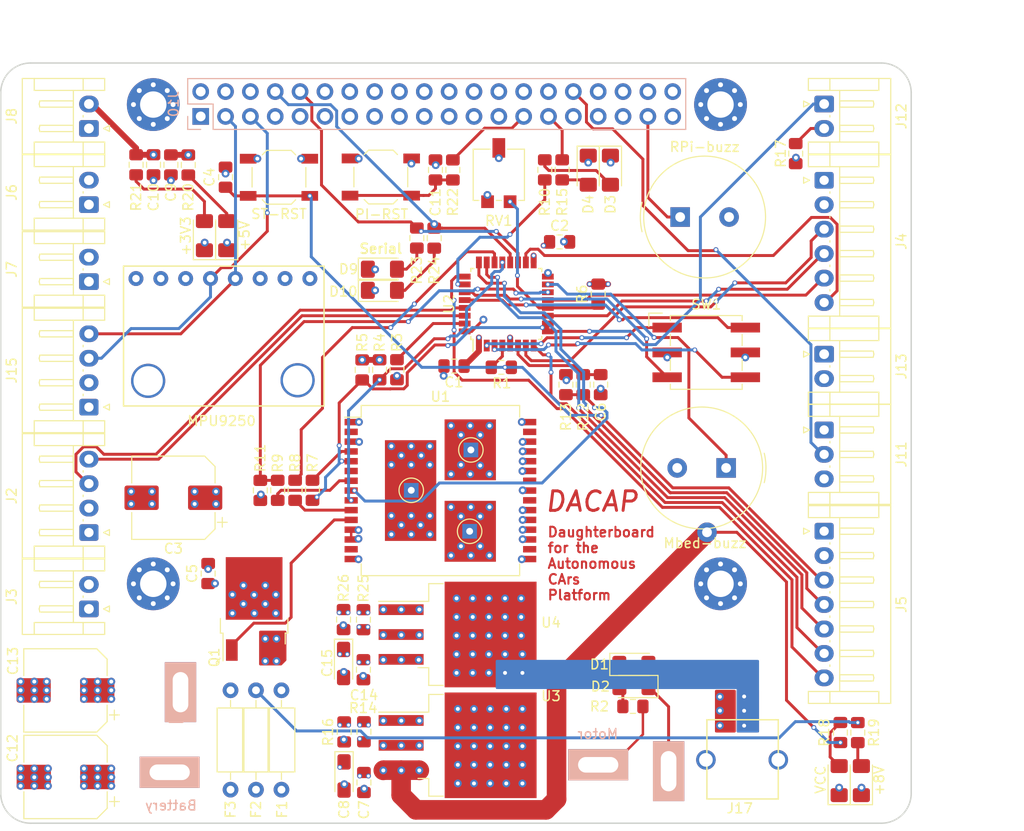
<source format=kicad_pcb>
(kicad_pcb (version 20171130) (host pcbnew 5.1.0-060a0da~80~ubuntu16.04.1)
  (layers (0 F.Cu signal) (1 In1.Cu signal) (2 In2.Cu signal) (31 B.Cu signal) (34 B.Paste user) (35 F.Paste user) (36 B.SilkS user) (37 F.SilkS user) (38 B.Mask user) (39 F.Mask user) (44 Edge.Cuts user))
  (net 0 "")
  (net 1 GND)
  (net 2 +3V3)
  (net 3 NRST)
  (net 4 Vout)
  (net 5 CS)
  (net 6 VCC)
  (net 7 +5V)
  (net 8 "Net-(C11-Pad2)")
  (net 9 OUTA)
  (net 10 "Net-(D1-Pad1)")
  (net 11 "Net-(D3-Pad2)")
  (net 12 "Net-(D4-Pad2)")
  (net 13 "Net-(D5-Pad2)")
  (net 14 "Net-(D6-Pad2)")
  (net 15 "Net-(D7-Pad2)")
  (net 16 "Net-(D8-Pad2)")
  (net 17 "Net-(D9-Pad2)")
  (net 18 "Net-(D10-Pad2)")
  (net 19 ST-SCL)
  (net 20 ST-SDA)
  (net 21 +BATT)
  (net 22 Encoder0)
  (net 23 Encoder1)
  (net 24 Encoder2)
  (net 25 Encoder3)
  (net 26 SWCLK)
  (net 27 SWDIO)
  (net 28 VCP_TX)
  (net 29 VCP_RX)
  (net 30 PI-SCL)
  (net 31 PI-SDA)
  (net 32 UART_RXtoPI)
  (net 33 UART_TXtoPI)
  (net 34 "Net-(J10-Pad27)")
  (net 35 "Net-(J10-Pad29)")
  (net 36 Servo-sign)
  (net 37 "Net-(J10-Pad37)")
  (net 38 Vcc-servo)
  (net 39 "Net-(J12-Pad2)")
  (net 40 ENA)
  (net 41 "Net-(LS1-Pad1)")
  (net 42 "Net-(Q1-Pad1)")
  (net 43 +8V)
  (net 44 "Net-(R1-Pad1)")
  (net 45 OUTB)
  (net 46 "Net-(R3-Pad2)")
  (net 47 ENB)
  (net 48 "Net-(R6-Pad1)")
  (net 49 "Net-(R7-Pad2)")
  (net 50 "Net-(R8-Pad2)")
  (net 51 INB)
  (net 52 "Net-(R9-Pad2)")
  (net 53 PWM)
  (net 54 "Net-(R10-Pad1)")
  (net 55 "Net-(R12-Pad2)")
  (net 56 "Net-(R14-Pad2)")
  (net 57 Code0)
  (net 58 Code1)
  (net 59 Code2)
  (net 60 Code3)
  (net 61 "Net-(R25-Pad2)")
  (net 62 "Net-(J10-Pad7)")
  (net 63 "Net-(J10-Pad11)")
  (net 64 "Net-(J10-Pad12)")
  (net 65 "Net-(J10-Pad13)")
  (net 66 "Net-(J10-Pad15)")
  (net 67 "Net-(J10-Pad16)")
  (net 68 "Net-(J10-Pad18)")
  (net 69 "Net-(J10-Pad19)")
  (net 70 "Net-(J10-Pad21)")
  (net 71 "Net-(J10-Pad22)")
  (net 72 "Net-(J10-Pad23)")
  (net 73 "Net-(J10-Pad24)")
  (net 74 "Net-(J10-Pad26)")
  (net 75 "Net-(J10-Pad28)")
  (net 76 "Net-(J10-Pad31)")
  (net 77 "Net-(J10-Pad33)")
  (net 78 "Net-(J10-Pad35)")
  (net 79 "Net-(J10-Pad36)")
  (net 80 "Net-(J10-Pad38)")
  (net 81 "Net-(J10-Pad40)")
  (net 82 "Net-(J14-Pad1)")
  (net 83 "Net-(J14-Pad6)")
  (net 84 "Net-(J14-Pad7)")
  (net 85 "Net-(J14-Pad8)")
  (net 86 "Net-(U1-Pad17)")
  (net 87 "Net-(U1-Pad22)")
  (net 88 "Net-(U1-Pad24)")
  (net 89 "Net-(U1-Pad29)")
  (module Connector_Pin:Pin_D1.0mm_L10.0mm (layer F.Cu) (at 85.0265 110.109)
    (fp_text reference REF** hide)
    (fp_text value Pin_D1.0mm_L10.0mm hide)
    (pad 1 thru_hole rect (at 0 0) (size 1.5 1.5) (drill 0.7) (layers *.Cu *.Mask) (net 4 Vout))
  )
  (module Connector_Pin:Pin_D1.0mm_L10.0mm (layer F.Cu) (at 91.1225 105.9815)
    (fp_text reference REF** hide)
    (fp_text value Pin_D1.0mm_L10.0mm hide)
    (pad 1 thru_hole rect (at 0 0) (size 1.5 1.5) (drill 0.7) (layers *.Cu *.Mask) (net 9 OUTA))
  )
  (module Connector_Pin:Pin_D1.0mm_L10.0mm (layer F.Cu) (at 90.9955 114.3)
    (fp_text reference REF** hide)
    (fp_text value Pin_D1.0mm_L10.0mm hide)
    (pad 1 thru_hole rect (at 0 0) (size 1.5 1.5) (drill 0.7) (layers *.Cu *.Mask) (net 45 OUTB))
  )
  (module Resistor_THT:R_Axial_DIN0207_L6.3mm_D2.5mm_P10.16mm_Horizontal (layer F.Cu) (at 69.1515 140.716 90)
    (fp_text reference F2 (at -2.032 0 90) (layer F.SilkS))
    (fp_text value Polyfuse)
    (pad 1 thru_hole circle (at 0 0 90) (size 1.6 1.6) (drill 0.8) (layers *.Cu *.Mask) (net 21 +BATT))
    (pad 2 thru_hole oval (at 10.16 0 90) (size 1.6 1.6) (drill 0.8) (layers *.Cu *.Mask) (net 43 +8V))
  )
  (module zisaku:microusbB-supply (layer F.Cu) (at 122.555 137.668 180)
    (fp_text reference J17 (at 3.937 -4.953 180) (layer F.SilkS))
    (fp_text value USB_B_Micro)
    (pad 5 smd rect (at 4.9 5 180) (size 0.7 4) (layers F.Cu F.Paste F.Mask) (net 1 GND))
    (pad 1 smd rect (at 2.5 5 180) (size 0.7 4) (layers F.Cu F.Paste F.Mask) (net 7 +5V))
    (pad "" thru_hole circle (at 7.4 0 180) (size 2 2) (drill 1.4) (layers *.Cu *.Mask))
    (pad "" thru_hole circle (at 0 0 180) (size 2 2) (drill 1.4) (layers *.Cu *.Mask))
  )
  (module Capacitor_SMD:C_0805_2012Metric_Pad1.15x1.40mm_HandSolder (layer F.Cu) (at 89.399 97.409 180)
    (fp_text reference C1 (at 0 -1.65 180) (layer F.SilkS))
    (fp_text value 0.1uF)
    (pad 2 smd roundrect (at 1.025 0 180) (size 1.15 1.4) (layers F.Cu F.Paste F.Mask) (roundrect_rratio 0.217391) (net 1 GND))
    (pad 1 smd roundrect (at -1.025 0 180) (size 1.15 1.4) (layers F.Cu F.Paste F.Mask) (roundrect_rratio 0.217391) (net 2 +3V3))
  )
  (module Capacitor_SMD:C_0805_2012Metric_Pad1.15x1.40mm_HandSolder (layer F.Cu) (at 100.194 84.709)
    (fp_text reference C2 (at 0 -1.65) (layer F.SilkS))
    (fp_text value 0.1uF)
    (pad 1 smd roundrect (at -1.025 0) (size 1.15 1.4) (layers F.Cu F.Paste F.Mask) (roundrect_rratio 0.217391) (net 2 +3V3))
    (pad 2 smd roundrect (at 1.025 0) (size 1.15 1.4) (layers F.Cu F.Paste F.Mask) (roundrect_rratio 0.217391) (net 1 GND))
  )
  (module Capacitor_SMD:CP_Elec_8x10 (layer F.Cu) (at 60.706 110.871 180)
    (fp_text reference C3 (at 0 -5.2 180) (layer F.SilkS))
    (fp_text value 220uF)
    (pad 1 smd roundrect (at -3.25 0 180) (size 3.5 2.5) (layers F.Cu F.Paste F.Mask) (roundrect_rratio 0.1) (net 4 Vout))
    (pad 2 smd roundrect (at 3.25 0 180) (size 3.5 2.5) (layers F.Cu F.Paste F.Mask) (roundrect_rratio 0.1) (net 1 GND))
  )
  (module Capacitor_SMD:C_0805_2012Metric_Pad1.15x1.40mm_HandSolder (layer F.Cu) (at 66.04 78.096 90)
    (fp_text reference C4 (at 0 -1.65 90) (layer F.SilkS))
    (fp_text value 0.1uF)
    (pad 2 smd roundrect (at 1.025 0 90) (size 1.15 1.4) (layers F.Cu F.Paste F.Mask) (roundrect_rratio 0.217391) (net 1 GND))
    (pad 1 smd roundrect (at -1.025 0 90) (size 1.15 1.4) (layers F.Cu F.Paste F.Mask) (roundrect_rratio 0.217391) (net 3 NRST))
  )
  (module Capacitor_SMD:C_0805_2012Metric_Pad1.15x1.40mm_HandSolder (layer F.Cu) (at 64.262 118.618 90)
    (fp_text reference C5 (at 0 -1.65 90) (layer F.SilkS))
    (fp_text value 0.1uF)
    (pad 1 smd roundrect (at -1.025 0 90) (size 1.15 1.4) (layers F.Cu F.Paste F.Mask) (roundrect_rratio 0.217391) (net 4 Vout))
    (pad 2 smd roundrect (at 1.025 0 90) (size 1.15 1.4) (layers F.Cu F.Paste F.Mask) (roundrect_rratio 0.217391) (net 1 GND))
  )
  (module Capacitor_SMD:C_0805_2012Metric_Pad1.15x1.40mm_HandSolder (layer F.Cu) (at 104.394 99.305 270)
    (fp_text reference C6 (at 2.803 0 270) (layer F.SilkS))
    (fp_text value 0.1uF)
    (pad 2 smd roundrect (at 1.025 0 270) (size 1.15 1.4) (layers F.Cu F.Paste F.Mask) (roundrect_rratio 0.217391) (net 1 GND))
    (pad 1 smd roundrect (at -1.025 0 270) (size 1.15 1.4) (layers F.Cu F.Paste F.Mask) (roundrect_rratio 0.217391) (net 5 CS))
  )
  (module Capacitor_SMD:C_0805_2012Metric_Pad1.15x1.40mm_HandSolder (layer F.Cu) (at 80.1878 139.9831 270)
    (fp_text reference C7 (at 2.794 0 270) (layer F.SilkS))
    (fp_text value 10uF)
    (pad 1 smd roundrect (at -1.025 0 270) (size 1.15 1.4) (layers F.Cu F.Paste F.Mask) (roundrect_rratio 0.217391) (net 6 VCC))
    (pad 2 smd roundrect (at 1.025 0 270) (size 1.15 1.4) (layers F.Cu F.Paste F.Mask) (roundrect_rratio 0.217391) (net 1 GND))
  )
  (module Capacitor_Tantalum_SMD:CP_EIA-3216-12_Kemet-S_Pad1.58x1.35mm_HandSolder (layer F.Cu) (at 78.1558 139.3166 270)
    (fp_text reference C8 (at 3.429 0 270) (layer F.SilkS))
    (fp_text value "tantalum 10uF")
    (pad 1 smd roundrect (at -1.4375 0 270) (size 1.575 1.35) (layers F.Cu F.Paste F.Mask) (roundrect_rratio 0.185185) (net 7 +5V))
    (pad 2 smd roundrect (at 1.4375 0 270) (size 1.575 1.35) (layers F.Cu F.Paste F.Mask) (roundrect_rratio 0.185185) (net 1 GND))
  )
  (module Capacitor_SMD:C_0805_2012Metric_Pad1.15x1.40mm_HandSolder (layer F.Cu) (at 60.452 76.835 270)
    (fp_text reference C9 (at 2.803 0 270) (layer F.SilkS))
    (fp_text value 0.1uF)
    (pad 2 smd roundrect (at 1.025 0 270) (size 1.15 1.4) (layers F.Cu F.Paste F.Mask) (roundrect_rratio 0.217391) (net 1 GND))
    (pad 1 smd roundrect (at -1.025 0 270) (size 1.15 1.4) (layers F.Cu F.Paste F.Mask) (roundrect_rratio 0.217391) (net 7 +5V))
  )
  (module Capacitor_SMD:C_0805_2012Metric_Pad1.15x1.40mm_HandSolder (layer F.Cu) (at 58.674 76.826 270)
    (fp_text reference C10 (at 3.311 0 270) (layer F.SilkS))
    (fp_text value 0.1uF)
    (pad 1 smd roundrect (at -1.025 0 270) (size 1.15 1.4) (layers F.Cu F.Paste F.Mask) (roundrect_rratio 0.217391) (net 2 +3V3))
    (pad 2 smd roundrect (at 1.025 0 270) (size 1.15 1.4) (layers F.Cu F.Paste F.Mask) (roundrect_rratio 0.217391) (net 1 GND))
  )
  (module Capacitor_SMD:C_0805_2012Metric_Pad1.15x1.40mm_HandSolder (layer F.Cu) (at 87.503 77.352 270)
    (fp_text reference C11 (at 3.302 0 270) (layer F.SilkS))
    (fp_text value 0.1uF)
    (pad 1 smd roundrect (at -1.025 0 270) (size 1.15 1.4) (layers F.Cu F.Paste F.Mask) (roundrect_rratio 0.217391) (net 1 GND))
    (pad 2 smd roundrect (at 1.025 0 270) (size 1.15 1.4) (layers F.Cu F.Paste F.Mask) (roundrect_rratio 0.217391) (net 8 "Net-(C11-Pad2)"))
  )
  (module Capacitor_SMD:CP_Elec_8x10 (layer F.Cu) (at 49.680497 139.421039 180)
    (fp_text reference C12 (at 5.420997 2.946839 270) (layer F.SilkS))
    (fp_text value 220uF)
    (pad 2 smd roundrect (at 3.25 0 180) (size 3.5 2.5) (layers F.Cu F.Paste F.Mask) (roundrect_rratio 0.1) (net 1 GND))
    (pad 1 smd roundrect (at -3.25 0 180) (size 3.5 2.5) (layers F.Cu F.Paste F.Mask) (roundrect_rratio 0.1) (net 21 +BATT))
  )
  (module Capacitor_SMD:CP_Elec_8x10 (layer F.Cu) (at 49.6697 130.5687 180)
    (fp_text reference C13 (at 5.368997 3.010339 270) (layer F.SilkS))
    (fp_text value 220uF)
    (pad 1 smd roundrect (at -3.25 0 180) (size 3.5 2.5) (layers F.Cu F.Paste F.Mask) (roundrect_rratio 0.1) (net 21 +BATT))
    (pad 2 smd roundrect (at 3.25 0 180) (size 3.5 2.5) (layers F.Cu F.Paste F.Mask) (roundrect_rratio 0.1) (net 1 GND))
  )
  (module LED_SMD:LED_1206_3216Metric_Pad1.42x1.75mm_HandSolder (layer F.Cu) (at 107.7865 127.91)
    (fp_text reference D1 (at -3.5195 0) (layer F.SilkS))
    (fp_text value Red-LED)
    (pad 1 smd roundrect (at -1.4875 0) (size 1.425 1.75) (layers F.Cu F.Paste F.Mask) (roundrect_rratio 0.175439) (net 10 "Net-(D1-Pad1)"))
    (pad 2 smd roundrect (at 1.4875 0) (size 1.425 1.75) (layers F.Cu F.Paste F.Mask) (roundrect_rratio 0.175439) (net 9 OUTA))
  )
  (module LED_SMD:LED_1206_3216Metric_Pad1.42x1.75mm_HandSolder (layer F.Cu) (at 107.796 130.175 180)
    (fp_text reference D2 (at 3.429 0 180) (layer F.SilkS))
    (fp_text value Blue-LED)
    (pad 1 smd roundrect (at -1.4875 0 180) (size 1.425 1.75) (layers F.Cu F.Paste F.Mask) (roundrect_rratio 0.175439) (net 9 OUTA))
    (pad 2 smd roundrect (at 1.4875 0 180) (size 1.425 1.75) (layers F.Cu F.Paste F.Mask) (roundrect_rratio 0.175439) (net 10 "Net-(D1-Pad1)"))
  )
  (module LED_SMD:LED_1206_3216Metric_Pad1.42x1.75mm_HandSolder (layer F.Cu) (at 105.39 77.3775 270)
    (fp_text reference D3 (at 3.4961 0 270) (layer F.SilkS))
    (fp_text value Green-LED)
    (pad 1 smd roundrect (at -1.4875 0 270) (size 1.425 1.75) (layers F.Cu F.Paste F.Mask) (roundrect_rratio 0.175439) (net 1 GND))
    (pad 2 smd roundrect (at 1.4875 0 270) (size 1.425 1.75) (layers F.Cu F.Paste F.Mask) (roundrect_rratio 0.175439) (net 11 "Net-(D3-Pad2)"))
  )
  (module LED_SMD:LED_1206_3216Metric_Pad1.42x1.75mm_HandSolder (layer F.Cu) (at 103.124 77.3795 270)
    (fp_text reference D4 (at 3.4941 0 270) (layer F.SilkS))
    (fp_text value Green-LED)
    (pad 2 smd roundrect (at 1.4875 0 270) (size 1.425 1.75) (layers F.Cu F.Paste F.Mask) (roundrect_rratio 0.175439) (net 12 "Net-(D4-Pad2)"))
    (pad 1 smd roundrect (at -1.4875 0 270) (size 1.425 1.75) (layers F.Cu F.Paste F.Mask) (roundrect_rratio 0.175439) (net 1 GND))
  )
  (module LED_SMD:LED_1206_3216Metric_Pad1.42x1.75mm_HandSolder (layer F.Cu) (at 128.778 139.7905 90)
    (fp_text reference D5 hide)
    (fp_text value VCC (at 0.0905 -1.905 90) (layer F.SilkS))
    (pad 2 smd roundrect (at 1.4875 0 90) (size 1.425 1.75) (layers F.Cu F.Paste F.Mask) (roundrect_rratio 0.175439) (net 13 "Net-(D5-Pad2)"))
    (pad 1 smd roundrect (at -1.4875 0 90) (size 1.425 1.75) (layers F.Cu F.Paste F.Mask) (roundrect_rratio 0.175439) (net 1 GND))
  )
  (module LED_SMD:LED_1206_3216Metric_Pad1.42x1.75mm_HandSolder (layer F.Cu) (at 131.05 139.7925 90)
    (fp_text reference D6 hide)
    (fp_text value +8V (at 0 1.82 90) (layer F.SilkS))
    (pad 1 smd roundrect (at -1.4875 0 90) (size 1.425 1.75) (layers F.Cu F.Paste F.Mask) (roundrect_rratio 0.175439) (net 1 GND))
    (pad 2 smd roundrect (at 1.4875 0 90) (size 1.425 1.75) (layers F.Cu F.Paste F.Mask) (roundrect_rratio 0.175439) (net 14 "Net-(D6-Pad2)"))
  )
  (module LED_SMD:LED_1206_3216Metric_Pad1.42x1.75mm_HandSolder (layer F.Cu) (at 66.16 84.0725 90)
    (fp_text reference D7 hide)
    (fp_text value +5V (at 0 1.82 90) (layer F.SilkS))
    (pad 1 smd roundrect (at -1.4875 0 90) (size 1.425 1.75) (layers F.Cu F.Paste F.Mask) (roundrect_rratio 0.175439) (net 1 GND))
    (pad 2 smd roundrect (at 1.4875 0 90) (size 1.425 1.75) (layers F.Cu F.Paste F.Mask) (roundrect_rratio 0.175439) (net 15 "Net-(D7-Pad2)"))
  )
  (module LED_SMD:LED_1206_3216Metric_Pad1.42x1.75mm_HandSolder (layer F.Cu) (at 63.881 84.074 90)
    (fp_text reference D8 hide)
    (fp_text value +3V3 (at -0.0365 -1.905 90) (layer F.SilkS))
    (pad 2 smd roundrect (at 1.4875 0 90) (size 1.425 1.75) (layers F.Cu F.Paste F.Mask) (roundrect_rratio 0.175439) (net 16 "Net-(D8-Pad2)"))
    (pad 1 smd roundrect (at -1.4875 0 90) (size 1.425 1.75) (layers F.Cu F.Paste F.Mask) (roundrect_rratio 0.175439) (net 1 GND))
  )
  (module LED_SMD:LED_1206_3216Metric_Pad1.42x1.75mm_HandSolder (layer F.Cu) (at 82.0775 87.5)
    (fp_text reference D9 (at -3.4655 0) (layer F.SilkS))
    (fp_text value Red-LED)
    (pad 2 smd roundrect (at 1.4875 0) (size 1.425 1.75) (layers F.Cu F.Paste F.Mask) (roundrect_rratio 0.175439) (net 17 "Net-(D9-Pad2)"))
    (pad 1 smd roundrect (at -1.4875 0) (size 1.425 1.75) (layers F.Cu F.Paste F.Mask) (roundrect_rratio 0.175439) (net 1 GND))
  )
  (module LED_SMD:LED_1206_3216Metric_Pad1.42x1.75mm_HandSolder (layer F.Cu) (at 82.0785 89.662)
    (fp_text reference D10 (at -3.9989 0.127) (layer F.SilkS))
    (fp_text value Blue-LED)
    (pad 2 smd roundrect (at 1.4875 0) (size 1.425 1.75) (layers F.Cu F.Paste F.Mask) (roundrect_rratio 0.175439) (net 18 "Net-(D10-Pad2)"))
    (pad 1 smd roundrect (at -1.4875 0) (size 1.425 1.75) (layers F.Cu F.Paste F.Mask) (roundrect_rratio 0.175439) (net 1 GND))
  )
  (module Resistor_THT:R_Axial_DIN0207_L6.3mm_D2.5mm_P10.16mm_Horizontal (layer F.Cu) (at 71.755 140.716 90)
    (fp_text reference F1 (at -2.032 0.0635 90) (layer F.SilkS))
    (fp_text value Polyfuse)
    (pad 2 thru_hole oval (at 10.16 0 90) (size 1.6 1.6) (drill 0.8) (layers *.Cu *.Mask) (net 6 VCC))
    (pad 1 thru_hole circle (at 0 0 90) (size 1.6 1.6) (drill 0.8) (layers *.Cu *.Mask) (net 21 +BATT))
  )
  (module zisaku:Ultra_female (layer B.Cu) (at 58.28284 139.5476)
    (fp_text reference J1 hide)
    (fp_text value Battery (at 2.17716 2.7824 180) (layer B.SilkS) (effects (justify mirror)))
    (pad 2 thru_hole rect (at 3.1496 -8.7978) (size 3.1938 6.1148) (drill oval 1.5938 4.1148) (layers *.Cu *.Mask B.SilkS) (net 21 +BATT))
    (pad 1 thru_hole rect (at 2.04216 -0.6096) (size 6.1148 3.1938) (drill oval 4.1148 1.5938) (layers *.Cu *.Mask B.SilkS) (net 1 GND))
  )
  (module Connector_JST:JST_EH_S04B-EH_1x04_P2.50mm_Horizontal (layer F.Cu) (at 52.07 114.427 90)
    (fp_text reference J2 (at 3.75 -7.9 90) (layer F.SilkS))
    (fp_text value ST-I2C)
    (pad 1 thru_hole roundrect (at 0 0 90) (size 1.7 1.95) (drill 0.95) (layers *.Cu *.Mask) (roundrect_rratio 0.147059) (net 1 GND))
    (pad 2 thru_hole oval (at 2.5 0 90) (size 1.7 1.95) (drill 0.95) (layers *.Cu *.Mask) (net 2 +3V3))
    (pad 3 thru_hole oval (at 5 0 90) (size 1.7 1.95) (drill 0.95) (layers *.Cu *.Mask) (net 19 ST-SCL))
    (pad 4 thru_hole oval (at 7.5 0 90) (size 1.7 1.95) (drill 0.95) (layers *.Cu *.Mask) (net 20 ST-SDA))
  )
  (module Connector_JST:JST_EH_S02B-EH_1x02_P2.50mm_Horizontal (layer F.Cu) (at 52.07 122.2375 90)
    (fp_text reference J3 (at 1.25 -7.9 90) (layer F.SilkS))
    (fp_text value voltmeter)
    (pad 2 thru_hole oval (at 2.5 0 90) (size 1.7 2) (drill 1) (layers *.Cu *.Mask) (net 21 +BATT))
    (pad 1 thru_hole roundrect (at 0 0 90) (size 1.7 2) (drill 1) (layers *.Cu *.Mask) (roundrect_rratio 0.147059) (net 1 GND))
  )
  (module Connector_JST:JST_EH_S06B-EH_1x06_P2.50mm_Horizontal (layer F.Cu) (at 127.2413 78.4098 270)
    (fp_text reference J4 (at 6.25 -7.9 270) (layer F.SilkS))
    (fp_text value "Encoder data")
    (pad 1 thru_hole roundrect (at 0 0 270) (size 1.7 1.95) (drill 0.95) (layers *.Cu *.Mask) (roundrect_rratio 0.147059) (net 1 GND))
    (pad 2 thru_hole oval (at 2.5 0 270) (size 1.7 1.95) (drill 0.95) (layers *.Cu *.Mask) (net 2 +3V3))
    (pad 3 thru_hole oval (at 5 0 270) (size 1.7 1.95) (drill 0.95) (layers *.Cu *.Mask) (net 22 Encoder0))
    (pad 4 thru_hole oval (at 7.5 0 270) (size 1.7 1.95) (drill 0.95) (layers *.Cu *.Mask) (net 23 Encoder1))
    (pad 5 thru_hole oval (at 10 0 270) (size 1.7 1.95) (drill 0.95) (layers *.Cu *.Mask) (net 24 Encoder2))
    (pad 6 thru_hole oval (at 12.5 0 270) (size 1.7 1.95) (drill 0.95) (layers *.Cu *.Mask) (net 25 Encoder3))
  )
  (module Connector_JST:JST_EH_S07B-EH_1x07_P2.50mm_Horizontal (layer F.Cu) (at 127.2413 114.2873 270)
    (fp_text reference J5 (at 7.5 -7.9 270) (layer F.SilkS))
    (fp_text value ST-Link)
    (pad 1 thru_hole roundrect (at 0 0 270) (size 1.7 1.95) (drill 0.95) (layers *.Cu *.Mask) (roundrect_rratio 0.147059) (net 1 GND))
    (pad 2 thru_hole oval (at 2.5 0 270) (size 1.7 1.95) (drill 0.95) (layers *.Cu *.Mask) (net 2 +3V3))
    (pad 3 thru_hole oval (at 5 0 270) (size 1.7 1.95) (drill 0.95) (layers *.Cu *.Mask) (net 3 NRST))
    (pad 4 thru_hole oval (at 7.5 0 270) (size 1.7 1.95) (drill 0.95) (layers *.Cu *.Mask) (net 26 SWCLK))
    (pad 5 thru_hole oval (at 10 0 270) (size 1.7 1.95) (drill 0.95) (layers *.Cu *.Mask) (net 27 SWDIO))
    (pad 6 thru_hole oval (at 12.5 0 270) (size 1.7 1.95) (drill 0.95) (layers *.Cu *.Mask) (net 28 VCP_TX))
    (pad 7 thru_hole oval (at 15 0 270) (size 1.7 1.95) (drill 0.95) (layers *.Cu *.Mask) (net 29 VCP_RX))
  )
  (module Connector_JST:JST_EH_S02B-EH_1x02_P2.50mm_Horizontal (layer F.Cu) (at 52.07 80.899 90)
    (fp_text reference J6 (at 1.25 -7.9 90) (layer F.SilkS))
    (fp_text value +5V)
    (pad 1 thru_hole roundrect (at 0 0 90) (size 1.7 2) (drill 1) (layers *.Cu *.Mask) (roundrect_rratio 0.147059) (net 1 GND))
    (pad 2 thru_hole oval (at 2.5 0 90) (size 1.7 2) (drill 1) (layers *.Cu *.Mask) (net 7 +5V))
  )
  (module Connector_JST:JST_EH_S02B-EH_1x02_P2.50mm_Horizontal (layer F.Cu) (at 52.07 88.773 90)
    (fp_text reference J7 (at 1.25 -7.9 90) (layer F.SilkS))
    (fp_text value +5V)
    (pad 2 thru_hole oval (at 2.5 0 90) (size 1.7 2) (drill 1) (layers *.Cu *.Mask) (net 7 +5V))
    (pad 1 thru_hole roundrect (at 0 0 90) (size 1.7 2) (drill 1) (layers *.Cu *.Mask) (roundrect_rratio 0.147059) (net 1 GND))
  )
  (module Connector_JST:JST_EH_S02B-EH_1x02_P2.50mm_Horizontal (layer F.Cu) (at 52.07 73.112 90)
    (fp_text reference J8 (at 1.25 -7.9 90) (layer F.SilkS))
    (fp_text value 3V3)
    (pad 2 thru_hole oval (at 2.5 0 90) (size 1.7 2) (drill 1) (layers *.Cu *.Mask) (net 2 +3V3))
    (pad 1 thru_hole roundrect (at 0 0 90) (size 1.7 2) (drill 1) (layers *.Cu *.Mask) (roundrect_rratio 0.147059) (net 1 GND))
  )
  (module Connector_PinSocket_2.54mm:PinSocket_2x20_P2.54mm_Vertical (layer B.Cu) (at 63.5 71.882 270)
    (fp_text reference J10 (at -1.27 2.77 270) (layer B.SilkS) (effects (justify mirror)))
    (fp_text value Raspberry_Pi_2_3)
    (pad 1 thru_hole rect (at 0 0 270) (size 1.7 1.7) (drill 1) (layers *.Cu *.Mask) (net 2 +3V3))
    (pad 2 thru_hole oval (at -2.54 0 270) (size 1.7 1.7) (drill 1) (layers *.Cu *.Mask) (net 7 +5V))
    (pad 3 thru_hole oval (at 0 -2.54 270) (size 1.7 1.7) (drill 1) (layers *.Cu *.Mask) (net 31 PI-SDA))
    (pad 4 thru_hole oval (at -2.54 -2.54 270) (size 1.7 1.7) (drill 1) (layers *.Cu *.Mask) (net 7 +5V))
    (pad 5 thru_hole oval (at 0 -5.08 270) (size 1.7 1.7) (drill 1) (layers *.Cu *.Mask) (net 30 PI-SCL))
    (pad 6 thru_hole oval (at -2.54 -5.08 270) (size 1.7 1.7) (drill 1) (layers *.Cu *.Mask) (net 1 GND))
    (pad 7 thru_hole oval (at 0 -7.62 270) (size 1.7 1.7) (drill 1) (layers *.Cu *.Mask) (net 62 "Net-(J10-Pad7)"))
    (pad 8 thru_hole oval (at -2.54 -7.62 270) (size 1.7 1.7) (drill 1) (layers *.Cu *.Mask) (net 32 UART_RXtoPI))
    (pad 9 thru_hole oval (at 0 -10.16 270) (size 1.7 1.7) (drill 1) (layers *.Cu *.Mask) (net 1 GND))
    (pad 10 thru_hole oval (at -2.54 -10.16 270) (size 1.7 1.7) (drill 1) (layers *.Cu *.Mask) (net 33 UART_TXtoPI))
    (pad 11 thru_hole oval (at 0 -12.7 270) (size 1.7 1.7) (drill 1) (layers *.Cu *.Mask) (net 63 "Net-(J10-Pad11)"))
    (pad 12 thru_hole oval (at -2.54 -12.7 270) (size 1.7 1.7) (drill 1) (layers *.Cu *.Mask) (net 64 "Net-(J10-Pad12)"))
    (pad 13 thru_hole oval (at 0 -15.24 270) (size 1.7 1.7) (drill 1) (layers *.Cu *.Mask) (net 65 "Net-(J10-Pad13)"))
    (pad 14 thru_hole oval (at -2.54 -15.24 270) (size 1.7 1.7) (drill 1) (layers *.Cu *.Mask) (net 1 GND))
    (pad 15 thru_hole oval (at 0 -17.78 270) (size 1.7 1.7) (drill 1) (layers *.Cu *.Mask) (net 66 "Net-(J10-Pad15)"))
    (pad 16 thru_hole oval (at -2.54 -17.78 270) (size 1.7 1.7) (drill 1) (layers *.Cu *.Mask) (net 67 "Net-(J10-Pad16)"))
    (pad 17 thru_hole oval (at 0 -20.32 270) (size 1.7 1.7) (drill 1) (layers *.Cu *.Mask) (net 2 +3V3))
    (pad 18 thru_hole oval (at -2.54 -20.32 270) (size 1.7 1.7) (drill 1) (layers *.Cu *.Mask) (net 68 "Net-(J10-Pad18)"))
    (pad 19 thru_hole oval (at 0 -22.86 270) (size 1.7 1.7) (drill 1) (layers *.Cu *.Mask) (net 69 "Net-(J10-Pad19)"))
    (pad 20 thru_hole oval (at -2.54 -22.86 270) (size 1.7 1.7) (drill 1) (layers *.Cu *.Mask) (net 1 GND))
    (pad 21 thru_hole oval (at 0 -25.4 270) (size 1.7 1.7) (drill 1) (layers *.Cu *.Mask) (net 70 "Net-(J10-Pad21)"))
    (pad 22 thru_hole oval (at -2.54 -25.4 270) (size 1.7 1.7) (drill 1) (layers *.Cu *.Mask) (net 71 "Net-(J10-Pad22)"))
    (pad 23 thru_hole oval (at 0 -27.94 270) (size 1.7 1.7) (drill 1) (layers *.Cu *.Mask) (net 72 "Net-(J10-Pad23)"))
    (pad 24 thru_hole oval (at -2.54 -27.94 270) (size 1.7 1.7) (drill 1) (layers *.Cu *.Mask) (net 73 "Net-(J10-Pad24)"))
    (pad 25 thru_hole oval (at 0 -30.48 270) (size 1.7 1.7) (drill 1) (layers *.Cu *.Mask) (net 1 GND))
    (pad 26 thru_hole oval (at -2.54 -30.48 270) (size 1.7 1.7) (drill 1) (layers *.Cu *.Mask) (net 74 "Net-(J10-Pad26)"))
    (pad 27 thru_hole oval (at 0 -33.02 270) (size 1.7 1.7) (drill 1) (layers *.Cu *.Mask) (net 34 "Net-(J10-Pad27)"))
    (pad 28 thru_hole oval (at -2.54 -33.02 270) (size 1.7 1.7) (drill 1) (layers *.Cu *.Mask) (net 75 "Net-(J10-Pad28)"))
    (pad 29 thru_hole oval (at 0 -35.56 270) (size 1.7 1.7) (drill 1) (layers *.Cu *.Mask) (net 35 "Net-(J10-Pad29)"))
    (pad 30 thru_hole oval (at -2.54 -35.56 270) (size 1.7 1.7) (drill 1) (layers *.Cu *.Mask) (net 1 GND))
    (pad 31 thru_hole oval (at 0 -38.1 270) (size 1.7 1.7) (drill 1) (layers *.Cu *.Mask) (net 76 "Net-(J10-Pad31)"))
    (pad 32 thru_hole oval (at -2.54 -38.1 270) (size 1.7 1.7) (drill 1) (layers *.Cu *.Mask) (net 36 Servo-sign))
    (pad 33 thru_hole oval (at 0 -40.64 270) (size 1.7 1.7) (drill 1) (layers *.Cu *.Mask) (net 77 "Net-(J10-Pad33)"))
    (pad 34 thru_hole oval (at -2.54 -40.64 270) (size 1.7 1.7) (drill 1) (layers *.Cu *.Mask) (net 1 GND))
    (pad 35 thru_hole oval (at 0 -43.18 270) (size 1.7 1.7) (drill 1) (layers *.Cu *.Mask) (net 78 "Net-(J10-Pad35)"))
    (pad 36 thru_hole oval (at -2.54 -43.18 270) (size 1.7 1.7) (drill 1) (layers *.Cu *.Mask) (net 79 "Net-(J10-Pad36)"))
    (pad 37 thru_hole oval (at 0 -45.72 270) (size 1.7 1.7) (drill 1) (layers *.Cu *.Mask) (net 37 "Net-(J10-Pad37)"))
    (pad 38 thru_hole oval (at -2.54 -45.72 270) (size 1.7 1.7) (drill 1) (layers *.Cu *.Mask) (net 80 "Net-(J10-Pad38)"))
    (pad 39 thru_hole oval (at 0 -48.26 270) (size 1.7 1.7) (drill 1) (layers *.Cu *.Mask) (net 1 GND))
    (pad 40 thru_hole oval (at -2.54 -48.26 270) (size 1.7 1.7) (drill 1) (layers *.Cu *.Mask) (net 81 "Net-(J10-Pad40)"))
  )
  (module Connector_JST:JST_EH_S03B-EH_1x03_P2.50mm_Horizontal (layer F.Cu) (at 127.2413 103.9368 270)
    (fp_text reference J11 (at 2.5 -7.9 270) (layer F.SilkS))
    (fp_text value Servo)
    (pad 1 thru_hole roundrect (at 0 0 270) (size 1.7 1.95) (drill 0.95) (layers *.Cu *.Mask) (roundrect_rratio 0.147059) (net 1 GND))
    (pad 2 thru_hole oval (at 2.5 0 270) (size 1.7 1.95) (drill 0.95) (layers *.Cu *.Mask) (net 36 Servo-sign))
    (pad 3 thru_hole oval (at 5 0 270) (size 1.7 1.95) (drill 0.95) (layers *.Cu *.Mask) (net 38 Vcc-servo))
  )
  (module Connector_JST:JST_EH_S02B-EH_1x02_P2.50mm_Horizontal (layer F.Cu) (at 127.2413 70.612 270)
    (fp_text reference J12 (at 1.25 -7.9 270) (layer F.SilkS))
    (fp_text value Motor-ONOFF)
    (pad 1 thru_hole roundrect (at 0 0 270) (size 1.7 2) (drill 1) (layers *.Cu *.Mask) (roundrect_rratio 0.147059) (net 40 ENA))
    (pad 2 thru_hole oval (at 2.5 0 270) (size 1.7 2) (drill 1) (layers *.Cu *.Mask) (net 39 "Net-(J12-Pad2)"))
  )
  (module Connector_JST:JST_EH_S02B-EH_1x02_P2.50mm_Horizontal (layer F.Cu) (at 127.2413 96.1898 270)
    (fp_text reference J13 (at 1.25 -7.9 270) (layer F.SilkS))
    (fp_text value Servo-ONOFF)
    (pad 1 thru_hole roundrect (at 0 0 270) (size 1.7 2) (drill 1) (layers *.Cu *.Mask) (roundrect_rratio 0.147059) (net 38 Vcc-servo))
    (pad 2 thru_hole oval (at 2.5 0 270) (size 1.7 2) (drill 1) (layers *.Cu *.Mask) (net 6 VCC))
  )
  (module zisaku:Ultra_male (layer B.Cu) (at 111.94796 140.8684 90)
    (fp_text reference J16 hide)
    (fp_text value Motor (at 5.85216 -7.8486) (layer B.SilkS) (effects (justify mirror)))
    (pad 2 thru_hole rect (at 2.6924 -7.80796 90) (size 3.1938 6.1148) (drill oval 1.5938 4.1148) (layers *.Cu *.Mask B.SilkS) (net 45 OUTB))
    (pad 1 thru_hole rect (at 2.04216 -0.6096 90) (size 6.1148 3.1938) (drill oval 4.1148 1.5938) (layers *.Cu *.Mask B.SilkS) (net 9 OUTA))
  )
  (module Buzzer_Beeper:Buzzer_TDK_PS1240P02BT_D12.2mm_H6.5mm (layer F.Cu) (at 117.221 107.823 180)
    (fp_text reference Mbed-buzz (at 2.159 -7.6835 180) (layer F.SilkS))
    (fp_text value PKM13EPYH4000-A0)
    (pad 2 thru_hole circle (at 5 0 180) (size 2 2) (drill 1) (layers *.Cu *.Mask) (net 1 GND))
    (pad 1 thru_hole rect (at 0 0 180) (size 2 2) (drill 1) (layers *.Cu *.Mask) (net 41 "Net-(LS1-Pad1)"))
  )
  (module Buzzer_Beeper:Buzzer_TDK_PS1240P02BT_D12.2mm_H6.5mm (layer F.Cu) (at 112.522 82.169)
    (fp_text reference RPi-buzz (at 2.5 -7.17) (layer F.SilkS))
    (fp_text value PKM13EPYH4000-A0)
    (pad 1 thru_hole rect (at 0 0) (size 2 2) (drill 1) (layers *.Cu *.Mask) (net 37 "Net-(J10-Pad37)"))
    (pad 2 thru_hole circle (at 5 0) (size 2 2) (drill 1) (layers *.Cu *.Mask) (net 1 GND))
  )
  (module Package_TO_SOT_SMD:TO-252-2 (layer F.Cu) (at 68.961 122.242 90)
    (fp_text reference Q1 (at -4.953 -4.064 90) (layer F.SilkS))
    (fp_text value IPD30N03S2L20ATMA1CT-ND)
    (pad 1 smd rect (at -4.2 -2.28 90) (size 2.2 1.2) (layers F.Cu F.Paste F.Mask) (net 42 "Net-(Q1-Pad1)"))
    (pad 3 smd rect (at -4.2 2.28 90) (size 2.2 1.2) (layers F.Cu F.Paste F.Mask) (net 43 +8V))
    (pad 2 smd rect (at 2.1 0 90) (size 6.4 5.8) (layers F.Cu F.Mask) (net 4 Vout))
  )
  (module Resistor_SMD:R_0805_2012Metric_Pad1.15x1.40mm_HandSolder (layer F.Cu) (at 94.234 97.536)
    (fp_text reference R1 (at 0.0508 1.6256) (layer F.SilkS))
    (fp_text value 100)
    (pad 1 smd roundrect (at -1.025 0) (size 1.15 1.4) (layers F.Cu F.Paste F.Mask) (roundrect_rratio 0.217391) (net 44 "Net-(R1-Pad1)"))
    (pad 2 smd roundrect (at 1.025 0) (size 1.15 1.4) (layers F.Cu F.Paste F.Mask) (roundrect_rratio 0.217391) (net 3 NRST))
  )
  (module Resistor_SMD:R_0805_2012Metric_Pad1.15x1.40mm_HandSolder (layer F.Cu) (at 107.687 132.207)
    (fp_text reference R2 (at -3.42 0) (layer F.SilkS))
    (fp_text value 4.7k)
    (pad 1 smd roundrect (at -1.025 0) (size 1.15 1.4) (layers F.Cu F.Paste F.Mask) (roundrect_rratio 0.217391) (net 10 "Net-(D1-Pad1)"))
    (pad 2 smd roundrect (at 1.025 0) (size 1.15 1.4) (layers F.Cu F.Paste F.Mask) (roundrect_rratio 0.217391) (net 45 OUTB))
  )
  (module Resistor_SMD:R_0805_2012Metric_Pad1.15x1.40mm_HandSolder (layer F.Cu) (at 83.566 97.781 90)
    (fp_text reference R3 (at 2.785 0 90) (layer F.SilkS))
    (fp_text value 1k)
    (pad 1 smd roundrect (at -1.025 0 90) (size 1.15 1.4) (layers F.Cu F.Paste F.Mask) (roundrect_rratio 0.217391) (net 1 GND))
    (pad 2 smd roundrect (at 1.025 0 90) (size 1.15 1.4) (layers F.Cu F.Paste F.Mask) (roundrect_rratio 0.217391) (net 46 "Net-(R3-Pad2)"))
  )
  (module Resistor_SMD:R_0805_2012Metric_Pad1.15x1.40mm_HandSolder (layer F.Cu) (at 81.788 97.79 270)
    (fp_text reference R4 (at -2.785 0 270) (layer F.SilkS))
    (fp_text value 2.2k)
    (pad 2 smd roundrect (at 1.025 0 270) (size 1.15 1.4) (layers F.Cu F.Paste F.Mask) (roundrect_rratio 0.217391) (net 47 ENB))
    (pad 1 smd roundrect (at -1.025 0 270) (size 1.15 1.4) (layers F.Cu F.Paste F.Mask) (roundrect_rratio 0.217391) (net 2 +3V3))
  )
  (module Resistor_SMD:R_0805_2012Metric_Pad1.15x1.40mm_HandSolder (layer F.Cu) (at 80.01 97.799 270)
    (fp_text reference R5 (at -2.803 0 270) (layer F.SilkS))
    (fp_text value 2.2k)
    (pad 1 smd roundrect (at -1.025 0 270) (size 1.15 1.4) (layers F.Cu F.Paste F.Mask) (roundrect_rratio 0.217391) (net 2 +3V3))
    (pad 2 smd roundrect (at 1.025 0 270) (size 1.15 1.4) (layers F.Cu F.Paste F.Mask) (roundrect_rratio 0.217391) (net 40 ENA))
  )
  (module Resistor_SMD:R_0805_2012Metric_Pad1.15x1.40mm_HandSolder (layer F.Cu) (at 104.14 90.052 90)
    (fp_text reference R6 (at 0 -1.65 90) (layer F.SilkS))
    (fp_text value 1k)
    (pad 2 smd roundrect (at 1.025 0 90) (size 1.15 1.4) (layers F.Cu F.Paste F.Mask) (roundrect_rratio 0.217391) (net 2 +3V3))
    (pad 1 smd roundrect (at -1.025 0 90) (size 1.15 1.4) (layers F.Cu F.Paste F.Mask) (roundrect_rratio 0.217391) (net 48 "Net-(R6-Pad1)"))
  )
  (module Resistor_SMD:R_0805_2012Metric_Pad1.15x1.40mm_HandSolder (layer F.Cu) (at 74.93 110.109 90)
    (fp_text reference R7 (at 2.794 0 90) (layer F.SilkS))
    (fp_text value 1k)
    (pad 1 smd roundrect (at -1.025 0 90) (size 1.15 1.4) (layers F.Cu F.Paste F.Mask) (roundrect_rratio 0.217391) (net 40 ENA))
    (pad 2 smd roundrect (at 1.025 0 90) (size 1.15 1.4) (layers F.Cu F.Paste F.Mask) (roundrect_rratio 0.217391) (net 49 "Net-(R7-Pad2)"))
  )
  (module Resistor_SMD:R_0805_2012Metric_Pad1.15x1.40mm_HandSolder (layer F.Cu) (at 73.152 110.109 270)
    (fp_text reference R8 (at -2.803 0 270) (layer F.SilkS))
    (fp_text value 1k)
    (pad 1 smd roundrect (at -1.025 0 270) (size 1.15 1.4) (layers F.Cu F.Paste F.Mask) (roundrect_rratio 0.217391) (net 51 INB))
    (pad 2 smd roundrect (at 1.025 0 270) (size 1.15 1.4) (layers F.Cu F.Paste F.Mask) (roundrect_rratio 0.217391) (net 50 "Net-(R8-Pad2)"))
  )
  (module Resistor_SMD:R_0805_2012Metric_Pad1.15x1.40mm_HandSolder (layer F.Cu) (at 71.371 110.112 270)
    (fp_text reference R9 (at -2.785 0 270) (layer F.SilkS))
    (fp_text value 1k)
    (pad 1 smd roundrect (at -1.025 0 270) (size 1.15 1.4) (layers F.Cu F.Paste F.Mask) (roundrect_rratio 0.217391) (net 53 PWM))
    (pad 2 smd roundrect (at 1.025 0 270) (size 1.15 1.4) (layers F.Cu F.Paste F.Mask) (roundrect_rratio 0.217391) (net 52 "Net-(R9-Pad2)"))
  )
  (module Resistor_SMD:R_0805_2012Metric_Pad1.15x1.40mm_HandSolder (layer F.Cu) (at 98.679 77.343 90)
    (fp_text reference R10 (at -3.293 0 90) (layer F.SilkS))
    (fp_text value 1k)
    (pad 1 smd roundrect (at -1.025 0 90) (size 1.15 1.4) (layers F.Cu F.Paste F.Mask) (roundrect_rratio 0.217391) (net 54 "Net-(R10-Pad1)"))
    (pad 2 smd roundrect (at 1.025 0 90) (size 1.15 1.4) (layers F.Cu F.Paste F.Mask) (roundrect_rratio 0.217391) (net 11 "Net-(D3-Pad2)"))
  )
  (module Resistor_SMD:R_0805_2012Metric_Pad1.15x1.40mm_HandSolder (layer F.Cu) (at 69.596 110.118 270)
    (fp_text reference R11 (at -3.311 0 270) (layer F.SilkS))
    (fp_text value 10k)
    (pad 2 smd roundrect (at 1.025 0 270) (size 1.15 1.4) (layers F.Cu F.Paste F.Mask) (roundrect_rratio 0.217391) (net 1 GND))
    (pad 1 smd roundrect (at -1.025 0 270) (size 1.15 1.4) (layers F.Cu F.Paste F.Mask) (roundrect_rratio 0.217391) (net 53 PWM))
  )
  (module Resistor_SMD:R_0805_2012Metric_Pad1.15x1.40mm_HandSolder (layer F.Cu) (at 102.612 99.308 270)
    (fp_text reference R12 (at 3.311 0 270) (layer F.SilkS))
    (fp_text value 10k)
    (pad 2 smd roundrect (at 1.025 0 270) (size 1.15 1.4) (layers F.Cu F.Paste F.Mask) (roundrect_rratio 0.217391) (net 55 "Net-(R12-Pad2)"))
    (pad 1 smd roundrect (at -1.025 0 270) (size 1.15 1.4) (layers F.Cu F.Paste F.Mask) (roundrect_rratio 0.217391) (net 5 CS))
  )
  (module Resistor_SMD:R_0805_2012Metric_Pad1.15x1.40mm_HandSolder (layer F.Cu) (at 100.842 99.308 90)
    (fp_text reference R13 (at -3.302 0 90) (layer F.SilkS))
    (fp_text value 1k)
    (pad 2 smd roundrect (at 1.025 0 90) (size 1.15 1.4) (layers F.Cu F.Paste F.Mask) (roundrect_rratio 0.217391) (net 1 GND))
    (pad 1 smd roundrect (at -1.025 0 90) (size 1.15 1.4) (layers F.Cu F.Paste F.Mask) (roundrect_rratio 0.217391) (net 55 "Net-(R12-Pad2)"))
  )
  (module Resistor_SMD:R_0805_2012Metric_Pad1.15x1.40mm_HandSolder (layer F.Cu) (at 80.1878 134.7941 90)
    (fp_text reference R14 (at 2.422 -0.0762 180) (layer F.SilkS))
    (fp_text value "121 1%")
    (pad 2 smd roundrect (at 1.025 0 90) (size 1.15 1.4) (layers F.Cu F.Paste F.Mask) (roundrect_rratio 0.217391) (net 56 "Net-(R14-Pad2)"))
    (pad 1 smd roundrect (at -1.025 0 90) (size 1.15 1.4) (layers F.Cu F.Paste F.Mask) (roundrect_rratio 0.217391) (net 7 +5V))
  )
  (module Resistor_SMD:R_0805_2012Metric_Pad1.15x1.40mm_HandSolder (layer F.Cu) (at 100.457 77.343 270)
    (fp_text reference R15 (at 3.293 0 270) (layer F.SilkS))
    (fp_text value 1k)
    (pad 1 smd roundrect (at -1.025 0 270) (size 1.15 1.4) (layers F.Cu F.Paste F.Mask) (roundrect_rratio 0.217391) (net 35 "Net-(J10-Pad29)"))
    (pad 2 smd roundrect (at 1.025 0 270) (size 1.15 1.4) (layers F.Cu F.Paste F.Mask) (roundrect_rratio 0.217391) (net 12 "Net-(D4-Pad2)"))
  )
  (module Resistor_SMD:R_0805_2012Metric_Pad1.15x1.40mm_HandSolder (layer F.Cu) (at 78.1685 134.8105 270)
    (fp_text reference R16 (at 0.009 1.651 270) (layer F.SilkS))
    (fp_text value "365 1%")
    (pad 1 smd roundrect (at -1.025 0 270) (size 1.15 1.4) (layers F.Cu F.Paste F.Mask) (roundrect_rratio 0.217391) (net 56 "Net-(R14-Pad2)"))
    (pad 2 smd roundrect (at 1.025 0 270) (size 1.15 1.4) (layers F.Cu F.Paste F.Mask) (roundrect_rratio 0.217391) (net 1 GND))
  )
  (module Resistor_SMD:R_0805_2012Metric_Pad1.15x1.40mm_HandSolder (layer F.Cu) (at 124.333 75.683 270)
    (fp_text reference R17 (at 0 1.524 270) (layer F.SilkS))
    (fp_text value 2.2k)
    (pad 2 smd roundrect (at 1.025 0 270) (size 1.15 1.4) (layers F.Cu F.Paste F.Mask) (roundrect_rratio 0.217391) (net 1 GND))
    (pad 1 smd roundrect (at -1.025 0 270) (size 1.15 1.4) (layers F.Cu F.Paste F.Mask) (roundrect_rratio 0.217391) (net 39 "Net-(J12-Pad2)"))
  )
  (module Resistor_SMD:R_0805_2012Metric_Pad1.15x1.40mm_HandSolder (layer F.Cu) (at 128.905 134.874 90)
    (fp_text reference R18 (at 0 -1.65 90) (layer F.SilkS))
    (fp_text value 2.2k)
    (pad 1 smd roundrect (at -1.025 0 90) (size 1.15 1.4) (layers F.Cu F.Paste F.Mask) (roundrect_rratio 0.217391) (net 6 VCC))
    (pad 2 smd roundrect (at 1.025 0 90) (size 1.15 1.4) (layers F.Cu F.Paste F.Mask) (roundrect_rratio 0.217391) (net 13 "Net-(D5-Pad2)"))
  )
  (module Resistor_SMD:R_0805_2012Metric_Pad1.15x1.40mm_HandSolder (layer F.Cu) (at 130.683 134.883 270)
    (fp_text reference R19 (at 0 -1.65 270) (layer F.SilkS))
    (fp_text value 2.2k)
    (pad 2 smd roundrect (at 1.025 0 270) (size 1.15 1.4) (layers F.Cu F.Paste F.Mask) (roundrect_rratio 0.217391) (net 14 "Net-(D6-Pad2)"))
    (pad 1 smd roundrect (at -1.025 0 270) (size 1.15 1.4) (layers F.Cu F.Paste F.Mask) (roundrect_rratio 0.217391) (net 43 +8V))
  )
  (module Resistor_SMD:R_0805_2012Metric_Pad1.15x1.40mm_HandSolder (layer F.Cu) (at 62.23 76.844 270)
    (fp_text reference R20 (at 3.293 0 270) (layer F.SilkS))
    (fp_text value 1k)
    (pad 1 smd roundrect (at -1.025 0 270) (size 1.15 1.4) (layers F.Cu F.Paste F.Mask) (roundrect_rratio 0.217391) (net 7 +5V))
    (pad 2 smd roundrect (at 1.025 0 270) (size 1.15 1.4) (layers F.Cu F.Paste F.Mask) (roundrect_rratio 0.217391) (net 15 "Net-(D7-Pad2)"))
  )
  (module Resistor_SMD:R_0805_2012Metric_Pad1.15x1.40mm_HandSolder (layer F.Cu) (at 56.896 76.826 270)
    (fp_text reference R21 (at 3.311 0 270) (layer F.SilkS))
    (fp_text value 1k)
    (pad 2 smd roundrect (at 1.025 0 270) (size 1.15 1.4) (layers F.Cu F.Paste F.Mask) (roundrect_rratio 0.217391) (net 16 "Net-(D8-Pad2)"))
    (pad 1 smd roundrect (at -1.025 0 270) (size 1.15 1.4) (layers F.Cu F.Paste F.Mask) (roundrect_rratio 0.217391) (net 2 +3V3))
  )
  (module Resistor_SMD:R_0805_2012Metric_Pad1.15x1.40mm_HandSolder (layer F.Cu) (at 89.281 77.352 90)
    (fp_text reference R22 (at -3.293 0 90) (layer F.SilkS))
    (fp_text value 100)
    (pad 2 smd roundrect (at 1.025 0 90) (size 1.15 1.4) (layers F.Cu F.Paste F.Mask) (roundrect_rratio 0.217391) (net 34 "Net-(J10-Pad27)"))
    (pad 1 smd roundrect (at -1.025 0 90) (size 1.15 1.4) (layers F.Cu F.Paste F.Mask) (roundrect_rratio 0.217391) (net 8 "Net-(C11-Pad2)"))
  )
  (module Resistor_SMD:R_0805_2012Metric_Pad1.15x1.40mm_HandSolder (layer F.Cu) (at 85.598 84.319 270)
    (fp_text reference R23 (at 3.293 0 270) (layer F.SilkS))
    (fp_text value 1k)
    (pad 1 smd roundrect (at -1.025 0 270) (size 1.15 1.4) (layers F.Cu F.Paste F.Mask) (roundrect_rratio 0.217391) (net 33 UART_TXtoPI))
    (pad 2 smd roundrect (at 1.025 0 270) (size 1.15 1.4) (layers F.Cu F.Paste F.Mask) (roundrect_rratio 0.217391) (net 17 "Net-(D9-Pad2)"))
  )
  (module Resistor_SMD:R_0805_2012Metric_Pad1.15x1.40mm_HandSolder (layer F.Cu) (at 87.376 84.328 270)
    (fp_text reference R24 (at 3.302 0 270) (layer F.SilkS))
    (fp_text value 1k)
    (pad 2 smd roundrect (at 1.025 0 270) (size 1.15 1.4) (layers F.Cu F.Paste F.Mask) (roundrect_rratio 0.217391) (net 18 "Net-(D10-Pad2)"))
    (pad 1 smd roundrect (at -1.025 0 270) (size 1.15 1.4) (layers F.Cu F.Paste F.Mask) (roundrect_rratio 0.217391) (net 32 UART_RXtoPI))
  )
  (module Potentiometer_SMD:Potentiometer_Vishay_TS53YL_Vertical (layer F.Cu) (at 93.98 77.851 270)
    (fp_text reference RV1 (at 4.699 0 180) (layer F.SilkS))
    (fp_text value 50k)
    (pad 1 smd rect (at 2.75 -1.15 270) (size 1.3 1.3) (layers F.Cu F.Paste F.Mask) (net 48 "Net-(R6-Pad1)"))
    (pad 2 smd rect (at -2.75 0 270) (size 2 1.3) (layers F.Cu F.Paste F.Mask) (net 1 GND))
    (pad 3 smd rect (at 2.75 1.15 270) (size 1.3 1.3) (layers F.Cu F.Paste F.Mask) (net 1 GND))
  )
  (module Button_Switch_SMD:Nidec_Copal_SH-7010B (layer F.Cu) (at 115.189 96.012)
    (fp_text reference SW1 (at 0 -4.9) (layer F.SilkS))
    (fp_text value CT3073-1-ND)
    (pad 1 smd rect (at -4 -2.54) (size 3 1) (layers F.Cu F.Paste F.Mask) (net 57 Code0))
    (pad 8 smd rect (at 4 -2.54) (size 3 1) (layers F.Cu F.Paste F.Mask) (net 60 Code3))
    (pad C smd rect (at -4 0) (size 3 1) (layers F.Cu F.Paste F.Mask) (net 1 GND))
    (pad C smd rect (at 4 0) (size 3 1) (layers F.Cu F.Paste F.Mask) (net 1 GND))
    (pad 4 smd rect (at -4 2.54) (size 3 1) (layers F.Cu F.Paste F.Mask) (net 59 Code2))
    (pad 2 smd rect (at 4 2.54) (size 3 1) (layers F.Cu F.Paste F.Mask) (net 58 Code1))
  )
  (module Button_Switch_SMD:SW_SPST_TL3342 (layer F.Cu) (at 71.501 78.105)
    (fp_text reference SW2 hide)
    (fp_text value ST-RST (at 0 3.75) (layer F.SilkS))
    (pad 1 smd rect (at -3.15 -1.9) (size 1.7 1) (layers F.Cu F.Paste F.Mask) (net 1 GND))
    (pad 1 smd rect (at 3.15 -1.9) (size 1.7 1) (layers F.Cu F.Paste F.Mask) (net 1 GND))
    (pad 2 smd rect (at -3.15 1.9) (size 1.7 1) (layers F.Cu F.Paste F.Mask) (net 3 NRST))
    (pad 2 smd rect (at 3.15 1.9) (size 1.7 1) (layers F.Cu F.Paste F.Mask) (net 3 NRST))
  )
  (module Button_Switch_SMD:SW_SPST_TL3342 (layer F.Cu) (at 81.915 78.0796 180)
    (fp_text reference SW3 hide)
    (fp_text value PI-RST (at -0.0762 -3.81 180) (layer F.SilkS))
    (pad 2 smd rect (at 3.15 1.9 180) (size 1.7 1) (layers F.Cu F.Paste F.Mask) (net 1 GND))
    (pad 2 smd rect (at -3.15 1.9 180) (size 1.7 1) (layers F.Cu F.Paste F.Mask) (net 1 GND))
    (pad 1 smd rect (at 3.15 -1.9 180) (size 1.7 1) (layers F.Cu F.Paste F.Mask) (net 8 "Net-(C11-Pad2)"))
    (pad 1 smd rect (at -3.15 -1.9 180) (size 1.7 1) (layers F.Cu F.Paste F.Mask) (net 8 "Net-(C11-Pad2)"))
  )
  (module Package_SO:ST_MultiPowerSO-30 (layer F.Cu) (at 88.009 110.135)
    (fp_text reference U1 (at 0 -9.6) (layer F.SilkS))
    (fp_text value VNH5019A)
    (pad 32 smd rect (at 3.05 4.165) (size 5.25 6.23) (layers F.Cu F.Paste F.Mask) (net 45 OUTB))
    (pad 15 smd rect (at -9.125 7 270) (size 0.66 1.35) (layers F.Cu F.Paste F.Mask) (net 45 OUTB))
    (pad 16 smd rect (at 9.125 7 270) (size 0.66 1.35) (layers F.Cu F.Paste F.Mask) (net 45 OUTB))
    (pad 14 smd rect (at -9.125 6 270) (size 0.66 1.35) (layers F.Cu F.Paste F.Mask))
    (pad 17 smd rect (at 9.125 6 270) (size 0.66 1.35) (layers F.Cu F.Paste F.Mask) (net 86 "Net-(U1-Pad17)"))
    (pad 13 smd rect (at -9.125 5 270) (size 0.66 1.35) (layers F.Cu F.Paste F.Mask) (net 4 Vout))
    (pad 18 smd rect (at 9.125 5 270) (size 0.66 1.35) (layers F.Cu F.Paste F.Mask) (net 1 GND))
    (pad 12 smd rect (at -9.125 4 270) (size 0.66 1.35) (layers F.Cu F.Paste F.Mask) (net 4 Vout))
    (pad 19 smd rect (at 9.125 4 270) (size 0.66 1.35) (layers F.Cu F.Paste F.Mask) (net 1 GND))
    (pad 11 smd rect (at -9.125 3 270) (size 0.66 1.35) (layers F.Cu F.Paste F.Mask) (net 42 "Net-(Q1-Pad1)"))
    (pad 20 smd rect (at 9.125 3 270) (size 0.66 1.35) (layers F.Cu F.Paste F.Mask) (net 1 GND))
    (pad 10 smd rect (at -9.125 2 270) (size 0.66 1.35) (layers F.Cu F.Paste F.Mask) (net 50 "Net-(R8-Pad2)"))
    (pad 21 smd rect (at 9.125 2 270) (size 0.66 1.35) (layers F.Cu F.Paste F.Mask) (net 45 OUTB))
    (pad 9 smd rect (at -9.125 1 270) (size 0.66 1.35) (layers F.Cu F.Paste F.Mask) (net 47 ENB))
    (pad 22 smd rect (at 9.125 1 270) (size 0.66 1.35) (layers F.Cu F.Paste F.Mask) (net 87 "Net-(U1-Pad22)"))
    (pad 8 smd rect (at -9.125 0 270) (size 0.66 1.35) (layers F.Cu F.Paste F.Mask) (net 55 "Net-(R12-Pad2)"))
    (pad 23 smd rect (at 9.125 0 270) (size 0.66 1.35) (layers F.Cu F.Paste F.Mask) (net 4 Vout))
    (pad 7 smd rect (at -9.125 -1 270) (size 0.66 1.35) (layers F.Cu F.Paste F.Mask) (net 52 "Net-(R9-Pad2)"))
    (pad 24 smd rect (at 9.125 -1 270) (size 0.66 1.35) (layers F.Cu F.Paste F.Mask) (net 88 "Net-(U1-Pad24)"))
    (pad 6 smd rect (at -9.125 -2 270) (size 0.66 1.35) (layers F.Cu F.Paste F.Mask))
    (pad 25 smd rect (at 9.125 -2 270) (size 0.66 1.35) (layers F.Cu F.Paste F.Mask) (net 9 OUTA))
    (pad 5 smd rect (at -9.125 -3 270) (size 0.66 1.35) (layers F.Cu F.Paste F.Mask) (net 40 ENA))
    (pad 26 smd rect (at 9.125 -3 270) (size 0.66 1.35) (layers F.Cu F.Paste F.Mask) (net 1 GND))
    (pad 4 smd rect (at -9.125 -4 270) (size 0.66 1.35) (layers F.Cu F.Paste F.Mask) (net 49 "Net-(R7-Pad2)"))
    (pad 27 smd rect (at 9.125 -4 270) (size 0.66 1.35) (layers F.Cu F.Paste F.Mask) (net 1 GND))
    (pad 3 smd rect (at -9.125 -5 270) (size 0.66 1.35) (layers F.Cu F.Paste F.Mask) (net 4 Vout))
    (pad 28 smd rect (at 9.125 -5 270) (size 0.66 1.35) (layers F.Cu F.Paste F.Mask) (net 1 GND))
    (pad 2 smd rect (at -9.125 -6 270) (size 0.66 1.35) (layers F.Cu F.Paste F.Mask))
    (pad 29 smd rect (at 9.125 -6 270) (size 0.66 1.35) (layers F.Cu F.Paste F.Mask) (net 89 "Net-(U1-Pad29)"))
    (pad 1 smd rect (at -9.125 -7 270) (size 0.66 1.35) (layers F.Cu F.Paste F.Mask) (net 9 OUTA))
    (pad 30 smd rect (at 9.125 -7 270) (size 0.66 1.35) (layers F.Cu F.Paste F.Mask) (net 9 OUTA))
    (pad 31 smd rect (at -3.05 0) (size 5.25 10.3) (layers F.Cu F.Paste F.Mask) (net 4 Vout))
    (pad 33 smd rect (at 3.05 -4.165) (size 5.25 6.23) (layers F.Cu F.Paste F.Mask) (net 9 OUTA))
  )
  (module Package_QFP:LQFP-32_7x7mm_P0.8mm (layer F.Cu) (at 94.742 91.059 90)
    (fp_text reference U2 (at 0 -5.85 90) (layer F.SilkS))
    (fp_text value STM32F303K8T6)
    (pad 1 smd rect (at -4.25 -2.8 90) (size 1.2 0.6) (layers F.Cu F.Paste F.Mask) (net 2 +3V3))
    (pad 2 smd rect (at -4.25 -2 90) (size 1.2 0.6) (layers F.Cu F.Paste F.Mask) (net 57 Code0))
    (pad 3 smd rect (at -4.25 -1.2 90) (size 1.2 0.6) (layers F.Cu F.Paste F.Mask) (net 58 Code1))
    (pad 4 smd rect (at -4.25 -0.4 90) (size 1.2 0.6) (layers F.Cu F.Paste F.Mask) (net 44 "Net-(R1-Pad1)"))
    (pad 5 smd rect (at -4.25 0.4 90) (size 1.2 0.6) (layers F.Cu F.Paste F.Mask) (net 2 +3V3))
    (pad 6 smd rect (at -4.25 1.2 90) (size 1.2 0.6) (layers F.Cu F.Paste F.Mask) (net 5 CS))
    (pad 7 smd rect (at -4.25 2 90) (size 1.2 0.6) (layers F.Cu F.Paste F.Mask) (net 22 Encoder0))
    (pad 8 smd rect (at -4.25 2.8 90) (size 1.2 0.6) (layers F.Cu F.Paste F.Mask) (net 28 VCP_TX))
    (pad 9 smd rect (at -2.8 4.25 180) (size 1.2 0.6) (layers F.Cu F.Paste F.Mask) (net 40 ENA))
    (pad 10 smd rect (at -2 4.25 180) (size 1.2 0.6) (layers F.Cu F.Paste F.Mask) (net 40 ENA))
    (pad 11 smd rect (at -1.2 4.25 180) (size 1.2 0.6) (layers F.Cu F.Paste F.Mask) (net 23 Encoder1))
    (pad 12 smd rect (at -0.4 4.25 180) (size 1.2 0.6) (layers F.Cu F.Paste F.Mask) (net 48 "Net-(R6-Pad1)"))
    (pad 13 smd rect (at 0.4 4.25 180) (size 1.2 0.6) (layers F.Cu F.Paste F.Mask) (net 24 Encoder2))
    (pad 14 smd rect (at 1.2 4.25 180) (size 1.2 0.6) (layers F.Cu F.Paste F.Mask) (net 53 PWM))
    (pad 15 smd rect (at 2 4.25 180) (size 1.2 0.6) (layers F.Cu F.Paste F.Mask) (net 41 "Net-(LS1-Pad1)"))
    (pad 16 smd rect (at 2.8 4.25 180) (size 1.2 0.6) (layers F.Cu F.Paste F.Mask) (net 1 GND))
    (pad 17 smd rect (at 4.25 2.8 90) (size 1.2 0.6) (layers F.Cu F.Paste F.Mask) (net 2 +3V3))
    (pad 18 smd rect (at 4.25 2 90) (size 1.2 0.6) (layers F.Cu F.Paste F.Mask) (net 25 Encoder3))
    (pad 19 smd rect (at 4.25 1.2 90) (size 1.2 0.6) (layers F.Cu F.Paste F.Mask) (net 33 UART_TXtoPI))
    (pad 20 smd rect (at 4.25 0.4 90) (size 1.2 0.6) (layers F.Cu F.Paste F.Mask) (net 32 UART_RXtoPI))
    (pad 21 smd rect (at 4.25 -0.4 90) (size 1.2 0.6) (layers F.Cu F.Paste F.Mask) (net 47 ENB))
    (pad 22 smd rect (at 4.25 -1.2 90) (size 1.2 0.6) (layers F.Cu F.Paste F.Mask) (net 51 INB))
    (pad 23 smd rect (at 4.25 -2 90) (size 1.2 0.6) (layers F.Cu F.Paste F.Mask) (net 27 SWDIO))
    (pad 24 smd rect (at 4.25 -2.8 90) (size 1.2 0.6) (layers F.Cu F.Paste F.Mask) (net 26 SWCLK))
    (pad 25 smd rect (at 2.8 -4.25 180) (size 1.2 0.6) (layers F.Cu F.Paste F.Mask) (net 29 VCP_RX))
    (pad 26 smd rect (at 2 -4.25 180) (size 1.2 0.6) (layers F.Cu F.Paste F.Mask) (net 54 "Net-(R10-Pad1)"))
    (pad 27 smd rect (at 1.2 -4.25 180) (size 1.2 0.6) (layers F.Cu F.Paste F.Mask) (net 59 Code2))
    (pad 28 smd rect (at 0.4 -4.25 180) (size 1.2 0.6) (layers F.Cu F.Paste F.Mask) (net 60 Code3))
    (pad 29 smd rect (at -0.4 -4.25 180) (size 1.2 0.6) (layers F.Cu F.Paste F.Mask) (net 19 ST-SCL))
    (pad 30 smd rect (at -1.2 -4.25 180) (size 1.2 0.6) (layers F.Cu F.Paste F.Mask) (net 20 ST-SDA))
    (pad 31 smd rect (at -2 -4.25 180) (size 1.2 0.6) (layers F.Cu F.Paste F.Mask) (net 46 "Net-(R3-Pad2)"))
    (pad 32 smd rect (at -2.8 -4.25 180) (size 1.2 0.6) (layers F.Cu F.Paste F.Mask) (net 1 GND))
  )
  (module Package_TO_SOT_SMD:TO-263-3_TabPin2 (layer F.Cu) (at 89.7668 136.1821)
    (fp_text reference U3 (at 9.5472 -5.0292) (layer F.SilkS))
    (fp_text value LM1085IS-5.0/NOPB)
    (pad 1 smd rect (at -5.775 -2.54) (size 4.6 1.1) (layers F.Cu F.Paste F.Mask) (net 56 "Net-(R14-Pad2)"))
    (pad 2 smd rect (at -5.775 0) (size 4.6 1.1) (layers F.Cu F.Paste F.Mask) (net 7 +5V))
    (pad 3 smd rect (at -5.775 2.54) (size 4.6 1.1) (layers F.Cu F.Paste F.Mask) (net 6 VCC))
    (pad 2 smd rect (at 3.375 0) (size 9.4 10.8) (layers F.Cu F.Mask) (net 7 +5V))
  )
  (module MountingHole:MountingHole_2.7mm_M2.5_Pad_Via (layer F.Cu) (at 58.649 70.67)
    (fp_text reference H1 hide)
    (fp_text value MountingHole)
    (pad 1 thru_hole circle (at 1.431891 -1.431891) (size 0.8 0.8) (drill 0.5) (layers *.Cu *.Mask))
    (pad 1 thru_hole circle (at 0 -2.025) (size 0.8 0.8) (drill 0.5) (layers *.Cu *.Mask))
    (pad 1 thru_hole circle (at -1.431891 -1.431891) (size 0.8 0.8) (drill 0.5) (layers *.Cu *.Mask))
    (pad 1 thru_hole circle (at -2.025 0) (size 0.8 0.8) (drill 0.5) (layers *.Cu *.Mask))
    (pad 1 thru_hole circle (at -1.431891 1.431891) (size 0.8 0.8) (drill 0.5) (layers *.Cu *.Mask))
    (pad 1 thru_hole circle (at 0 2.025) (size 0.8 0.8) (drill 0.5) (layers *.Cu *.Mask))
    (pad 1 thru_hole circle (at 1.431891 1.431891) (size 0.8 0.8) (drill 0.5) (layers *.Cu *.Mask))
    (pad 1 thru_hole circle (at 2.025 0) (size 0.8 0.8) (drill 0.5) (layers *.Cu *.Mask))
    (pad 1 thru_hole circle (at 0 0) (size 5.4 5.4) (drill 2.7) (layers *.Cu *.Mask))
  )
  (module MountingHole:MountingHole_2.7mm_M2.5_Pad_Via (layer F.Cu) (at 58.649 119.67)
    (fp_text reference H2 hide)
    (fp_text value MountingHole)
    (pad 1 thru_hole circle (at 0 0) (size 5.4 5.4) (drill 2.7) (layers *.Cu *.Mask))
    (pad 1 thru_hole circle (at 2.025 0) (size 0.8 0.8) (drill 0.5) (layers *.Cu *.Mask))
    (pad 1 thru_hole circle (at 1.431891 1.431891) (size 0.8 0.8) (drill 0.5) (layers *.Cu *.Mask))
    (pad 1 thru_hole circle (at 0 2.025) (size 0.8 0.8) (drill 0.5) (layers *.Cu *.Mask))
    (pad 1 thru_hole circle (at -1.431891 1.431891) (size 0.8 0.8) (drill 0.5) (layers *.Cu *.Mask))
    (pad 1 thru_hole circle (at -2.025 0) (size 0.8 0.8) (drill 0.5) (layers *.Cu *.Mask))
    (pad 1 thru_hole circle (at -1.431891 -1.431891) (size 0.8 0.8) (drill 0.5) (layers *.Cu *.Mask))
    (pad 1 thru_hole circle (at 0 -2.025) (size 0.8 0.8) (drill 0.5) (layers *.Cu *.Mask))
    (pad 1 thru_hole circle (at 1.431891 -1.431891) (size 0.8 0.8) (drill 0.5) (layers *.Cu *.Mask))
  )
  (module MountingHole:MountingHole_2.7mm_M2.5_Pad_Via (layer F.Cu) (at 116.649 70.67)
    (fp_text reference H3 hide)
    (fp_text value MountingHole)
    (pad 1 thru_hole circle (at 1.431891 -1.431891) (size 0.8 0.8) (drill 0.5) (layers *.Cu *.Mask))
    (pad 1 thru_hole circle (at 0 -2.025) (size 0.8 0.8) (drill 0.5) (layers *.Cu *.Mask))
    (pad 1 thru_hole circle (at -1.431891 -1.431891) (size 0.8 0.8) (drill 0.5) (layers *.Cu *.Mask))
    (pad 1 thru_hole circle (at -2.025 0) (size 0.8 0.8) (drill 0.5) (layers *.Cu *.Mask))
    (pad 1 thru_hole circle (at -1.431891 1.431891) (size 0.8 0.8) (drill 0.5) (layers *.Cu *.Mask))
    (pad 1 thru_hole circle (at 0 2.025) (size 0.8 0.8) (drill 0.5) (layers *.Cu *.Mask))
    (pad 1 thru_hole circle (at 1.431891 1.431891) (size 0.8 0.8) (drill 0.5) (layers *.Cu *.Mask))
    (pad 1 thru_hole circle (at 2.025 0) (size 0.8 0.8) (drill 0.5) (layers *.Cu *.Mask))
    (pad 1 thru_hole circle (at 0 0) (size 5.4 5.4) (drill 2.7) (layers *.Cu *.Mask))
  )
  (module MountingHole:MountingHole_2.7mm_M2.5_Pad_Via (layer F.Cu) (at 116.649 119.67)
    (fp_text reference H4 hide)
    (fp_text value MountingHole)
    (pad 1 thru_hole circle (at 0 0) (size 5.4 5.4) (drill 2.7) (layers *.Cu *.Mask))
    (pad 1 thru_hole circle (at 2.025 0) (size 0.8 0.8) (drill 0.5) (layers *.Cu *.Mask))
    (pad 1 thru_hole circle (at 1.431891 1.431891) (size 0.8 0.8) (drill 0.5) (layers *.Cu *.Mask))
    (pad 1 thru_hole circle (at 0 2.025) (size 0.8 0.8) (drill 0.5) (layers *.Cu *.Mask))
    (pad 1 thru_hole circle (at -1.431891 1.431891) (size 0.8 0.8) (drill 0.5) (layers *.Cu *.Mask))
    (pad 1 thru_hole circle (at -2.025 0) (size 0.8 0.8) (drill 0.5) (layers *.Cu *.Mask))
    (pad 1 thru_hole circle (at -1.431891 -1.431891) (size 0.8 0.8) (drill 0.5) (layers *.Cu *.Mask))
    (pad 1 thru_hole circle (at 0 -2.025) (size 0.8 0.8) (drill 0.5) (layers *.Cu *.Mask))
    (pad 1 thru_hole circle (at 1.431891 -1.431891) (size 0.8 0.8) (drill 0.5) (layers *.Cu *.Mask))
  )
  (module Resistor_THT:R_Axial_DIN0207_L6.3mm_D2.5mm_P10.16mm_Horizontal (layer F.Cu) (at 66.548 140.716 90)
    (fp_text reference F3 (at -2.032 0 90) (layer F.SilkS))
    (fp_text value Polyfuse)
    (pad 1 thru_hole circle (at 0 0 90) (size 1.6 1.6) (drill 0.8) (layers *.Cu *.Mask) (net 21 +BATT))
    (pad 2 thru_hole oval (at 10.16 0 90) (size 1.6 1.6) (drill 0.8) (layers *.Cu *.Mask) (net 43 +8V))
  )
  (module Connector_JST:JST_EH_S04B-EH_1x04_P2.50mm_Horizontal (layer F.Cu) (at 52.07 101.607 90)
    (fp_text reference J15 (at 3.75 -7.9 90) (layer F.SilkS))
    (fp_text value PI-I2C)
    (pad 1 thru_hole roundrect (at 0 0 90) (size 1.7 1.95) (drill 0.95) (layers *.Cu *.Mask) (roundrect_rratio 0.147059) (net 1 GND))
    (pad 2 thru_hole oval (at 2.5 0 90) (size 1.7 1.95) (drill 0.95) (layers *.Cu *.Mask) (net 2 +3V3))
    (pad 3 thru_hole oval (at 5 0 90) (size 1.7 1.95) (drill 0.95) (layers *.Cu *.Mask) (net 30 PI-SCL))
    (pad 4 thru_hole oval (at 7.5 0 90) (size 1.7 1.95) (drill 0.95) (layers *.Cu *.Mask) (net 31 PI-SDA))
  )
  (module Capacitor_SMD:C_0805_2012Metric_Pad1.15x1.40mm_HandSolder (layer F.Cu) (at 80.137 128.4515 270)
    (fp_text reference C14 (at 2.5998 -0.0508) (layer F.SilkS))
    (fp_text value 10uF)
    (pad 1 smd roundrect (at -1.025 0 270) (size 1.15 1.4) (layers F.Cu F.Paste F.Mask) (roundrect_rratio 0.217391) (net 6 VCC))
    (pad 2 smd roundrect (at 1.025 0 270) (size 1.15 1.4) (layers F.Cu F.Paste F.Mask) (roundrect_rratio 0.217391) (net 1 GND))
  )
  (module Capacitor_Tantalum_SMD:CP_EIA-3216-12_Kemet-S_Pad1.58x1.35mm_HandSolder (layer F.Cu) (at 78.105 127.8152 270)
    (fp_text reference C15 (at -0.0508 1.6764 270) (layer F.SilkS))
    (fp_text value "tantalum 10uF")
    (pad 2 smd roundrect (at 1.4375 0 270) (size 1.575 1.35) (layers F.Cu F.Paste F.Mask) (roundrect_rratio 0.185185) (net 1 GND))
    (pad 1 smd roundrect (at -1.4375 0 270) (size 1.575 1.35) (layers F.Cu F.Paste F.Mask) (roundrect_rratio 0.185185) (net 7 +5V))
  )
  (module Resistor_SMD:R_0805_2012Metric_Pad1.15x1.40mm_HandSolder (layer F.Cu) (at 80.137 123.3387 90)
    (fp_text reference R25 (at 3.2094 0 90) (layer F.SilkS))
    (fp_text value "121 1%")
    (pad 2 smd roundrect (at 1.025 0 90) (size 1.15 1.4) (layers F.Cu F.Paste F.Mask) (roundrect_rratio 0.217391) (net 61 "Net-(R25-Pad2)"))
    (pad 1 smd roundrect (at -1.025 0 90) (size 1.15 1.4) (layers F.Cu F.Paste F.Mask) (roundrect_rratio 0.217391) (net 7 +5V))
  )
  (module Resistor_SMD:R_0805_2012Metric_Pad1.15x1.40mm_HandSolder (layer F.Cu) (at 78.105 123.326 270)
    (fp_text reference R26 (at -3.2295 0 270) (layer F.SilkS))
    (fp_text value "365 1%")
    (pad 1 smd roundrect (at -1.025 0 270) (size 1.15 1.4) (layers F.Cu F.Paste F.Mask) (roundrect_rratio 0.217391) (net 61 "Net-(R25-Pad2)"))
    (pad 2 smd roundrect (at 1.025 0 270) (size 1.15 1.4) (layers F.Cu F.Paste F.Mask) (roundrect_rratio 0.217391) (net 1 GND))
  )
  (module Package_TO_SOT_SMD:TO-263-3_TabPin2 (layer F.Cu) (at 89.7636 124.8537)
    (fp_text reference U4 (at 9.5504 -1.2192) (layer F.SilkS))
    (fp_text value LM1085IS-5.0/NOPB)
    (pad 1 smd rect (at -5.775 -2.54) (size 4.6 1.1) (layers F.Cu F.Paste F.Mask) (net 61 "Net-(R25-Pad2)"))
    (pad 2 smd rect (at -5.775 0) (size 4.6 1.1) (layers F.Cu F.Paste F.Mask) (net 7 +5V))
    (pad 3 smd rect (at -5.775 2.54) (size 4.6 1.1) (layers F.Cu F.Paste F.Mask) (net 6 VCC))
    (pad 2 smd rect (at 3.375 0) (size 9.4 10.8) (layers F.Cu F.Mask) (net 7 +5V))
  )
  (module self:MPU9250-BMP280 (layer F.Cu) (at 55.356 87.1868)
    (fp_text reference J14 hide)
    (fp_text value MPU9250 (at 10.2776 15.8356) (layer F.SilkS))
    (pad 1 thru_hole circle (at 1.524 1.27) (size 1.524 1.524) (drill 0.762) (layers *.Cu *.Mask) (net 82 "Net-(J14-Pad1)"))
    (pad 2 thru_hole circle (at 4.064 1.27) (size 1.524 1.524) (drill 0.762) (layers *.Cu *.Mask) (net 2 +3V3))
    (pad 3 thru_hole circle (at 6.604 1.27) (size 1.524 1.524) (drill 0.762) (layers *.Cu *.Mask) (net 1 GND))
    (pad 4 thru_hole circle (at 9.144 1.27) (size 1.524 1.524) (drill 0.762) (layers *.Cu *.Mask) (net 30 PI-SCL))
    (pad 5 thru_hole circle (at 11.684 1.27) (size 1.524 1.524) (drill 0.762) (layers *.Cu *.Mask) (net 31 PI-SDA))
    (pad 6 thru_hole circle (at 14.224 1.27) (size 1.524 1.524) (drill 0.762) (layers *.Cu *.Mask) (net 83 "Net-(J14-Pad6)"))
    (pad 7 thru_hole circle (at 16.764 1.27) (size 1.524 1.524) (drill 0.762) (layers *.Cu *.Mask) (net 84 "Net-(J14-Pad7)"))
    (pad 8 thru_hole circle (at 19.304 1.27) (size 1.524 1.524) (drill 0.762) (layers *.Cu *.Mask) (net 85 "Net-(J14-Pad8)"))
    (pad "" thru_hole circle (at 2.77 11.73) (size 3.5 3.5) (drill 3) (layers *.Cu *.Mask))
    (pad "" thru_hole circle (at 18.05 11.67) (size 3.5 3.5) (drill 3) (layers *.Cu *.Mask))
  )
  (gr_text Serial (at 81.915 85.4075) (layer F.SilkS) (effects (font (size 1 1) (thickness 0.2))))
  (gr_text "Daughterboard\nfor the\nAutonomous\nCArs\nPlatform" (at 98.8695 117.602) (layer F.Cu) (effects (font (size 1 1) (thickness 0.2)) (justify left)))
  (gr_text DACAP (at 103.505 111.252) (layer F.Cu) (effects (font (size 2 2) (thickness 0.3) italic)))
  (gr_line (start 136.144 141.097) (end 136.144 69.469) (layer Edge.Cuts) (width 0.15))
  (gr_line (start 46.101 144.145) (end 133.096 144.145) (layer Edge.Cuts) (width 0.15))
  (gr_line (start 43.053 69.469) (end 43.053 141.097) (layer Edge.Cuts) (width 0.15))
  (gr_line (start 133.096 66.421) (end 46.101 66.421) (layer Edge.Cuts) (width 0.15))
  (gr_arc (start 133.096 141.097) (end 133.096 144.145) (angle -90) (layer Edge.Cuts) (width 0.15))
  (gr_arc (start 46.101 69.469) (end 46.101 66.421) (angle -90) (layer Edge.Cuts) (width 0.15))
  (gr_arc (start 133.096 69.469) (end 136.144 69.469) (angle -90) (layer Edge.Cuts) (width 0.15))
  (gr_arc (start 46.101 141.097) (end 43.053 141.097) (angle -90) (layer Edge.Cuts) (width 0.15))
  (via (at 58.5216 110.236) (size 0.8) (drill 0.4) (layers F.Cu B.Cu) (net 1))
  (via (at 58.5216 111.506) (size 0.8) (drill 0.4) (layers F.Cu B.Cu) (net 1))
  (via (at 56.388 111.506) (size 0.8) (drill 0.4) (layers F.Cu B.Cu) (net 1))
  (via (at 56.388 110.236) (size 0.8) (drill 0.4) (layers F.Cu B.Cu) (net 1))
  (via (at 80.2132 140.6144) (size 0.8) (drill 0.4) (layers F.Cu B.Cu) (net 1))
  (via (at 78.1812 140.1572) (size 0.8) (drill 0.4) (layers F.Cu B.Cu) (net 1))
  (via (at 78.1304 135.5852) (size 0.8) (drill 0.4) (layers F.Cu B.Cu) (net 1))
  (via (at 78.1304 128.6764) (size 0.8) (drill 0.4) (layers F.Cu B.Cu) (net 1))
  (via (at 80.1116 129.0828) (size 0.8) (drill 0.4) (layers F.Cu B.Cu) (net 1))
  (via (at 78.0796 123.9012) (size 0.8) (drill 0.4) (layers F.Cu B.Cu) (net 1))
  (via (at 64.262 118.1608) (size 0.8) (drill 0.4) (layers F.Cu B.Cu) (net 1))
  (via (at 69.6468 110.5408) (size 0.8) (drill 0.4) (layers F.Cu B.Cu) (net 1))
  (via (at 63.9064 84.7852) (size 0.8) (drill 0.4) (layers F.Cu B.Cu) (net 1))
  (via (at 66.1924 84.7852) (size 0.8) (drill 0.4) (layers F.Cu B.Cu) (net 1))
  (via (at 81.3308 87.5284) (size 0.8) (drill 0.4) (layers F.Cu B.Cu) (net 1))
  (via (at 81.3308 89.662) (size 0.8) (drill 0.4) (layers F.Cu B.Cu) (net 1))
  (via (at 83.566 98.3996) (size 0.8) (drill 0.4) (layers F.Cu B.Cu) (net 1))
  (via (at 88.3412 98.3996) (size 0.8) (drill 0.4) (layers F.Cu B.Cu) (net 1))
  (via (at 128.778 140.5128) (size 0.8) (drill 0.4) (layers F.Cu B.Cu) (net 1))
  (via (at 131.064 140.5128) (size 0.8) (drill 0.4) (layers F.Cu B.Cu) (net 1))
  (via (at 116.586 131.2164) (size 0.8) (drill 0.4) (layers F.Cu B.Cu) (net 1))
  (via (at 116.586 132.6388) (size 0.8) (drill 0.4) (layers F.Cu B.Cu) (net 1))
  (via (at 116.586 134.1628) (size 0.8) (drill 0.4) (layers F.Cu B.Cu) (net 1))
  (via (at 96.4184 113.1316) (size 0.8) (drill 0.4) (layers F.Cu B.Cu) (net 1))
  (via (at 96.4184 114.1476) (size 0.8) (drill 0.4) (layers F.Cu B.Cu) (net 1))
  (via (at 96.4184 115.1128) (size 0.8) (drill 0.4) (layers F.Cu B.Cu) (net 1))
  (via (at 96.4184 105.156) (size 0.8) (drill 0.4) (layers F.Cu B.Cu) (net 1))
  (via (at 96.4184 106.1212) (size 0.8) (drill 0.4) (layers F.Cu B.Cu) (net 1))
  (via (at 96.4184 107.1372) (size 0.8) (drill 0.4) (layers F.Cu B.Cu) (net 1))
  (via (at 100.8888 98.8568) (size 0.8) (drill 0.4) (layers F.Cu B.Cu) (net 1))
  (via (at 119.1768 96.52) (size 0.8) (drill 0.4) (layers F.Cu B.Cu) (net 1))
  (via (at 111.2012 96.52) (size 0.8) (drill 0.4) (layers F.Cu B.Cu) (net 1))
  (via (at 104.394 99.7204) (size 0.8) (drill 0.4) (layers F.Cu B.Cu) (net 1))
  (via (at 99.0092 87.884) (size 0.8) (drill 0.4) (layers F.Cu B.Cu) (net 1))
  (via (at 100.6348 84.6836) (size 0.8) (drill 0.4) (layers F.Cu B.Cu) (net 1))
  (via (at 124.3584 76.0984) (size 0.8) (drill 0.4) (layers F.Cu B.Cu) (net 1))
  (via (at 103.124 76.6064) (size 0.8) (drill 0.4) (layers F.Cu B.Cu) (net 1))
  (via (at 105.41 76.6064) (size 0.8) (drill 0.4) (layers F.Cu B.Cu) (net 1))
  (via (at 92.8116 79.9084) (size 0.8) (drill 0.4) (layers F.Cu B.Cu) (net 1))
  (via (at 93.98 76.1492) (size 0.8) (drill 0.4) (layers F.Cu B.Cu) (net 1))
  (via (at 87.5284 76.8604) (size 0.8) (drill 0.4) (layers F.Cu B.Cu) (net 1))
  (via (at 85.0392 76.708) (size 0.8) (drill 0.4) (layers F.Cu B.Cu) (net 1))
  (via (at 79.6544 76.2) (size 0.8) (drill 0.4) (layers F.Cu B.Cu) (net 1))
  (via (at 73.7616 76.2) (size 0.8) (drill 0.4) (layers F.Cu B.Cu) (net 1))
  (via (at 69.2912 76.2) (size 0.8) (drill 0.4) (layers F.Cu B.Cu) (net 1))
  (via (at 66.04 77.724) (size 0.8) (drill 0.4) (layers F.Cu B.Cu) (net 1))
  (via (at 58.674 78.4352) (size 0.8) (drill 0.4) (layers F.Cu B.Cu) (net 1))
  (via (at 60.452 78.4352) (size 0.8) (drill 0.4) (layers F.Cu B.Cu) (net 1))
  (via (at 47.879 140.335) (size 0.8) (drill 0.4) (layers F.Cu B.Cu) (net 1))
  (via (at 47.879 139.446) (size 0.8) (drill 0.4) (layers F.Cu B.Cu) (net 1))
  (via (at 47.879 138.557) (size 0.8) (drill 0.4) (layers F.Cu B.Cu) (net 1))
  (via (at 46.482 138.557) (size 0.8) (drill 0.4) (layers F.Cu B.Cu) (net 1))
  (via (at 46.482 139.446) (size 0.8) (drill 0.4) (layers F.Cu B.Cu) (net 1))
  (via (at 46.482 140.335) (size 0.8) (drill 0.4) (layers F.Cu B.Cu) (net 1))
  (via (at 45.085 140.335) (size 0.8) (drill 0.4) (layers F.Cu B.Cu) (net 1))
  (via (at 45.085 139.446) (size 0.8) (drill 0.4) (layers F.Cu B.Cu) (net 1))
  (via (at 45.085 138.557) (size 0.8) (drill 0.4) (layers F.Cu B.Cu) (net 1))
  (via (at 47.752 131.445) (size 0.8) (drill 0.4) (layers F.Cu B.Cu) (net 1))
  (via (at 46.482 131.445) (size 0.8) (drill 0.4) (layers F.Cu B.Cu) (net 1))
  (via (at 46.482 130.556) (size 0.8) (drill 0.4) (layers F.Cu B.Cu) (net 1))
  (via (at 47.752 130.556) (size 0.8) (drill 0.4) (layers F.Cu B.Cu) (net 1))
  (via (at 47.752 129.667) (size 0.8) (drill 0.4) (layers F.Cu B.Cu) (net 1))
  (via (at 46.482 129.667) (size 0.8) (drill 0.4) (layers F.Cu B.Cu) (net 1))
  (via (at 45.085 129.667) (size 0.8) (drill 0.4) (layers F.Cu B.Cu) (net 1))
  (via (at 45.085 130.556) (size 0.8) (drill 0.4) (layers F.Cu B.Cu) (net 1))
  (via (at 45.085 131.445) (size 0.8) (drill 0.4) (layers F.Cu B.Cu) (net 1))
  (segment (start 60.452 78.4352) (end 60.452 77.86) (width 0.25) (layer F.Cu) (net 1))
  (segment (start 58.674 78.4352) (end 58.674 77.851) (width 0.25) (layer F.Cu) (net 1))
  (segment (start 66.04 77.724) (end 66.04 77.071) (width 0.25) (layer F.Cu) (net 1))
  (segment (start 69.2862 76.205) (end 69.2912 76.2) (width 0.25) (layer F.Cu) (net 1))
  (segment (start 68.351 76.205) (end 69.2862 76.205) (width 0.25) (layer F.Cu) (net 1))
  (segment (start 78.7854 75.8444) (end 78.765 75.824) (width 0.25) (layer F.Cu) (net 1))
  (segment (start 79.6544 75.8444) (end 78.7854 75.8444) (width 0.25) (layer F.Cu) (net 1))
  (segment (start 85.0446 75.8444) (end 85.065 75.824) (width 0.25) (layer F.Cu) (net 1))
  (segment (start 87.503 76.835) (end 87.5284 76.8604) (width 0.25) (layer F.Cu) (net 1))
  (segment (start 87.503 76.327) (end 87.503 76.835) (width 0.25) (layer F.Cu) (net 1))
  (segment (start 93.98 76.1492) (end 93.98 75.101) (width 0.25) (layer F.Cu) (net 1))
  (segment (start 92.8116 80.5826) (end 92.83 80.601) (width 0.25) (layer F.Cu) (net 1))
  (segment (start 92.8116 79.9084) (end 92.8116 80.5826) (width 0.25) (layer F.Cu) (net 1))
  (segment (start 103.124 76.6064) (end 103.124 75.892) (width 0.25) (layer F.Cu) (net 1))
  (segment (start 105.41 75.91) (end 105.39 75.89) (width 0.25) (layer F.Cu) (net 1))
  (segment (start 105.41 76.6064) (end 105.41 75.91) (width 0.25) (layer F.Cu) (net 1))
  (segment (start 124.3584 76.6826) (end 124.333 76.708) (width 0.25) (layer F.Cu) (net 1))
  (segment (start 124.3584 76.0984) (end 124.3584 76.6826) (width 0.25) (layer F.Cu) (net 1))
  (segment (start 100.6602 84.709) (end 100.6348 84.6836) (width 0.25) (layer F.Cu) (net 1))
  (segment (start 101.219 84.709) (end 100.6602 84.709) (width 0.25) (layer F.Cu) (net 1))
  (segment (start 99.0092 88.2418) (end 98.992 88.259) (width 0.25) (layer F.Cu) (net 1))
  (segment (start 99.0092 87.884) (end 99.0092 88.2418) (width 0.25) (layer F.Cu) (net 1))
  (via (at 92.4052 92.6592) (size 0.8) (drill 0.4) (layers F.Cu B.Cu) (net 1))
  (segment (start 91.2054 93.859) (end 92.4052 92.6592) (width 0.3) (layer F.Cu) (net 1))
  (segment (start 90.492 93.859) (end 91.2054 93.859) (width 0.3) (layer F.Cu) (net 1))
  (segment (start 104.394 99.7204) (end 104.394 100.33) (width 0.3) (layer F.Cu) (net 1))
  (segment (start 111.2012 96.0242) (end 111.189 96.012) (width 0.3) (layer F.Cu) (net 1))
  (segment (start 111.2012 96.52) (end 111.2012 96.0242) (width 0.3) (layer F.Cu) (net 1))
  (segment (start 119.1768 96.0242) (end 119.189 96.012) (width 0.3) (layer F.Cu) (net 1))
  (segment (start 119.1768 96.52) (end 119.1768 96.0242) (width 0.3) (layer F.Cu) (net 1))
  (segment (start 100.8888 98.3298) (end 100.842 98.283) (width 0.3) (layer F.Cu) (net 1))
  (segment (start 100.8888 98.8568) (end 100.8888 98.3298) (width 0.3) (layer F.Cu) (net 1))
  (segment (start 97.113 105.156) (end 97.134 105.135) (width 0.3) (layer F.Cu) (net 1))
  (segment (start 96.4184 105.156) (end 97.113 105.156) (width 0.3) (layer F.Cu) (net 1))
  (segment (start 97.1202 106.1212) (end 97.134 106.135) (width 0.3) (layer F.Cu) (net 1))
  (segment (start 96.4184 106.1212) (end 97.1202 106.1212) (width 0.3) (layer F.Cu) (net 1))
  (segment (start 97.1318 107.1372) (end 97.134 107.135) (width 0.3) (layer F.Cu) (net 1))
  (segment (start 96.4184 107.1372) (end 97.1318 107.1372) (width 0.3) (layer F.Cu) (net 1))
  (segment (start 96.4218 113.135) (end 96.4184 113.1316) (width 0.3) (layer F.Cu) (net 1))
  (segment (start 97.134 113.135) (end 96.4218 113.135) (width 0.3) (layer F.Cu) (net 1))
  (segment (start 96.431 114.135) (end 96.4184 114.1476) (width 0.3) (layer F.Cu) (net 1))
  (segment (start 97.134 114.135) (end 96.431 114.135) (width 0.3) (layer F.Cu) (net 1))
  (segment (start 97.1118 115.1128) (end 97.134 115.135) (width 0.3) (layer F.Cu) (net 1))
  (segment (start 96.4184 115.1128) (end 97.1118 115.1128) (width 0.3) (layer F.Cu) (net 1))
  (segment (start 128.778 140.5128) (end 128.778 141.278) (width 0.3) (layer F.Cu) (net 1))
  (segment (start 131.05 140.5268) (end 131.064 140.5128) (width 0.3) (layer F.Cu) (net 1))
  (segment (start 131.05 141.28) (end 131.05 140.5268) (width 0.3) (layer F.Cu) (net 1))
  (segment (start 88.3412 97.4418) (end 88.374 97.409) (width 0.3) (layer F.Cu) (net 1))
  (segment (start 88.3412 98.3996) (end 88.3412 97.4418) (width 0.3) (layer F.Cu) (net 1))
  (segment (start 80.6184 87.5284) (end 80.59 87.5) (width 0.3) (layer F.Cu) (net 1))
  (segment (start 81.3308 87.5284) (end 80.6184 87.5284) (width 0.3) (layer F.Cu) (net 1))
  (segment (start 81.3308 89.662) (end 80.591 89.662) (width 0.3) (layer F.Cu) (net 1))
  (segment (start 66.1924 85.5276) (end 66.16 85.56) (width 0.3) (layer F.Cu) (net 1))
  (segment (start 66.1924 84.7852) (end 66.1924 85.5276) (width 0.3) (layer F.Cu) (net 1))
  (segment (start 69.6468 111.0922) (end 69.596 111.143) (width 0.3) (layer F.Cu) (net 1))
  (segment (start 69.6468 110.5408) (end 69.6468 111.0922) (width 0.3) (layer F.Cu) (net 1))
  (segment (start 64.262 118.1608) (end 64.262 117.593) (width 0.3) (layer F.Cu) (net 1))
  (segment (start 74.646 76.2) (end 74.651 76.205) (width 0.3) (layer F.Cu) (net 1))
  (segment (start 73.7616 76.2) (end 74.646 76.2) (width 0.3) (layer F.Cu) (net 1))
  (segment (start 63.9064 85.5361) (end 63.881 85.5615) (width 0.3) (layer F.Cu) (net 1))
  (segment (start 63.9064 84.7852) (end 63.9064 85.5361) (width 0.3) (layer F.Cu) (net 1))
  (segment (start 85.0392 76.2054) (end 85.065 76.1796) (width 0.3) (layer F.Cu) (net 1))
  (segment (start 85.0392 76.708) (end 85.0392 76.2054) (width 0.3) (layer F.Cu) (net 1))
  (segment (start 91.942 95.891) (end 90.424 97.409) (width 0.6) (layer F.Cu) (net 2))
  (segment (start 91.942 95.309) (end 91.942 95.891) (width 0.6) (layer F.Cu) (net 2))
  (segment (start 81.779 96.774) (end 81.788 96.765) (width 0.6) (layer F.Cu) (net 2))
  (segment (start 80.01 96.774) (end 81.779 96.774) (width 0.6) (layer F.Cu) (net 2))
  (segment (start 58.674 75.801) (end 58.819 75.801) (width 0.6) (layer F.Cu) (net 2))
  (via (at 97.536 86.106) (size 0.5) (drill 0.3) (layers F.Cu B.Cu) (net 2))
  (segment (start 97.542 86.809) (end 97.542 86.112) (width 0.6) (layer F.Cu) (net 2))
  (segment (start 97.542 86.112) (end 97.536 86.106) (width 0.6) (layer F.Cu) (net 2))
  (via (at 98.552 85.09) (size 0.5) (drill 0.3) (layers F.Cu B.Cu) (net 2))
  (via (at 98.552 85.09) (size 0.5) (drill 0.3) (layers F.Cu B.Cu) (net 2))
  (segment (start 98.788 85.09) (end 99.169 84.709) (width 0.6) (layer F.Cu) (net 2))
  (segment (start 98.552 85.09) (end 98.788 85.09) (width 0.6) (layer F.Cu) (net 2))
  (via (at 103.251 89.027) (size 0.5) (drill 0.3) (layers F.Cu B.Cu) (net 2))
  (segment (start 103.251 89.027) (end 104.14 89.027) (width 0.6) (layer F.Cu) (net 2))
  (segment (start 105.156 89.027) (end 104.14 89.027) (width 0.6) (layer F.Cu) (net 2))
  (via (at 105.156 89.027) (size 0.5) (drill 0.3) (layers F.Cu B.Cu) (net 2))
  (via (at 95.123 94.488) (size 0.5) (drill 0.3) (layers F.Cu B.Cu) (net 2))
  (segment (start 95.142 94.507) (end 95.123 94.488) (width 0.6) (layer F.Cu) (net 2))
  (segment (start 95.142 95.309) (end 95.142 94.507) (width 0.6) (layer F.Cu) (net 2))
  (via (at 91.948 94.488) (size 0.5) (drill 0.3) (layers F.Cu B.Cu) (net 2))
  (segment (start 91.942 95.309) (end 91.942 94.494) (width 0.6) (layer F.Cu) (net 2))
  (segment (start 91.942 94.494) (end 91.948 94.488) (width 0.6) (layer F.Cu) (net 2))
  (via (at 58.674 75.801) (size 0.8) (drill 0.4) (layers F.Cu B.Cu) (net 2))
  (segment (start 52.382 70.612) (end 56.896 75.126) (width 0.6) (layer F.Cu) (net 2))
  (segment (start 56.896 75.126) (end 56.896 75.801) (width 0.6) (layer F.Cu) (net 2))
  (segment (start 52.07 70.612) (end 52.382 70.612) (width 0.6) (layer F.Cu) (net 2))
  (segment (start 58.674 75.801) (end 56.896 75.801) (width 0.6) (layer F.Cu) (net 2))
  (via (at 80.01 96.774) (size 0.8) (drill 0.4) (layers F.Cu B.Cu) (net 2))
  (via (at 81.788 96.765) (size 0.8) (drill 0.4) (layers F.Cu B.Cu) (net 2))
  (segment (start 69.501 80.005) (end 74.651 80.005) (width 0.3) (layer F.Cu) (net 3))
  (segment (start 68.351 80.005) (end 69.501 80.005) (width 0.3) (layer F.Cu) (net 3))
  (segment (start 66.924 80.005) (end 66.04 79.121) (width 0.3) (layer F.Cu) (net 3))
  (segment (start 68.351 80.005) (end 66.924 80.005) (width 0.3) (layer F.Cu) (net 3))
  (segment (start 127.2413 119.2873) (end 127.1163 119.2873) (width 0.3) (layer F.Cu) (net 3))
  (segment (start 95.259 97.536) (end 94.615 97.536) (width 0.3) (layer F.Cu) (net 3))
  (via (at 94.615 97.536) (size 0.5) (drill 0.3) (layers F.Cu B.Cu) (net 3))
  (segment (start 86.106998 97.536) (end 74.803 86.232002) (width 0.3) (layer B.Cu) (net 3))
  (segment (start 94.615 97.536) (end 86.106998 97.536) (width 0.3) (layer B.Cu) (net 3))
  (via (at 74.651 80.005) (size 0.5) (drill 0.3) (layers F.Cu B.Cu) (net 3))
  (segment (start 74.803 86.232002) (end 74.803 80.157) (width 0.3) (layer B.Cu) (net 3))
  (segment (start 74.803 80.157) (end 74.651 80.005) (width 0.3) (layer B.Cu) (net 3))
  (segment (start 127.2413 119.2873) (end 126.92454 119.2873) (width 0.3) (layer F.Cu) (net 3))
  (segment (start 126.92454 119.2873) (end 117.49224 109.855) (width 0.3) (layer F.Cu) (net 3))
  (segment (start 117.49224 109.855) (end 111.76 109.855) (width 0.3) (layer F.Cu) (net 3))
  (via (at 104.437265 102.445735) (size 0.5) (drill 0.3) (layers F.Cu B.Cu) (net 3))
  (segment (start 111.76 109.855) (end 104.394 102.489) (width 0.3) (layer F.Cu) (net 3))
  (segment (start 104.394 102.489) (end 104.437265 102.445735) (width 0.3) (layer F.Cu) (net 3))
  (segment (start 104.394 102.489) (end 104.267 102.362) (width 0.3) (layer F.Cu) (net 3))
  (segment (start 96.393 97.536) (end 94.615 97.536) (width 0.3) (layer B.Cu) (net 3))
  (segment (start 101.302735 102.445735) (end 96.393 97.536) (width 0.3) (layer B.Cu) (net 3))
  (segment (start 104.437265 102.445735) (end 101.302735 102.445735) (width 0.3) (layer B.Cu) (net 3))
  (via (at 65.0621 110.236) (size 0.8) (drill 0.4) (layers F.Cu B.Cu) (net 4))
  (via (at 65.0621 111.506) (size 0.8) (drill 0.4) (layers F.Cu B.Cu) (net 4))
  (via (at 62.8777 111.506) (size 0.8) (drill 0.4) (layers F.Cu B.Cu) (net 4))
  (via (at 62.8777 110.236) (size 0.8) (drill 0.4) (layers F.Cu B.Cu) (net 4))
  (via (at 64.9605 119.634) (size 0.8) (drill 0.4) (layers F.Cu B.Cu) (net 4))
  (via (at 71.1835 120.777) (size 0.8) (drill 0.4) (layers F.Cu B.Cu) (net 4))
  (via (at 70.104 119.8372) (size 0.8) (drill 0.4) (layers F.Cu B.Cu) (net 4))
  (via (at 67.8688 119.8372) (size 0.8) (drill 0.4) (layers F.Cu B.Cu) (net 4))
  (via (at 66.7385 120.777) (size 0.8) (drill 0.4) (layers F.Cu B.Cu) (net 4))
  (via (at 70.104 121.7295) (size 0.8) (drill 0.4) (layers F.Cu B.Cu) (net 4))
  (via (at 68.961 120.8024) (size 0.8) (drill 0.4) (layers F.Cu B.Cu) (net 4))
  (via (at 67.8688 121.7295) (size 0.8) (drill 0.4) (layers F.Cu B.Cu) (net 4))
  (via (at 68.9864 122.682) (size 0.8) (drill 0.4) (layers F.Cu B.Cu) (net 4))
  (via (at 71.1835 122.682) (size 0.8) (drill 0.4) (layers F.Cu B.Cu) (net 4))
  (via (at 86.9315 112.7125) (size 0.8) (drill 0.4) (layers F.Cu B.Cu) (net 4))
  (via (at 85.0265 112.7125) (size 0.8) (drill 0.4) (layers F.Cu B.Cu) (net 4))
  (via (at 82.9945 112.7125) (size 0.8) (drill 0.4) (layers F.Cu B.Cu) (net 4))
  (via (at 84.0105 113.665) (size 0.8) (drill 0.4) (layers F.Cu B.Cu) (net 4))
  (via (at 85.979 113.665) (size 0.8) (drill 0.4) (layers F.Cu B.Cu) (net 4))
  (via (at 85.0265 114.6175) (size 0.8) (drill 0.4) (layers F.Cu B.Cu) (net 4))
  (via (at 86.9315 114.6175) (size 0.8) (drill 0.4) (layers F.Cu B.Cu) (net 4))
  (via (at 82.9945 114.6175) (size 0.8) (drill 0.4) (layers F.Cu B.Cu) (net 4))
  (via (at 86.9315 107.5055) (size 0.8) (drill 0.4) (layers F.Cu B.Cu) (net 4))
  (via (at 85.0265 107.5055) (size 0.8) (drill 0.4) (layers F.Cu B.Cu) (net 4))
  (via (at 82.9945 107.5055) (size 0.8) (drill 0.4) (layers F.Cu B.Cu) (net 4))
  (via (at 86.0425 106.553) (size 0.8) (drill 0.4) (layers F.Cu B.Cu) (net 4))
  (via (at 84.0105 106.553) (size 0.8) (drill 0.4) (layers F.Cu B.Cu) (net 4))
  (via (at 85.0265 105.6005) (size 0.8) (drill 0.4) (layers F.Cu B.Cu) (net 4))
  (via (at 86.9315 105.6005) (size 0.8) (drill 0.4) (layers F.Cu B.Cu) (net 4))
  (via (at 82.9945 105.6005) (size 0.8) (drill 0.4) (layers F.Cu B.Cu) (net 4))
  (via (at 79.6925 105.156) (size 0.8) (drill 0.4) (layers F.Cu B.Cu) (net 4))
  (segment (start 79.6715 105.135) (end 79.6925 105.156) (width 0.25) (layer F.Cu) (net 4))
  (segment (start 78.884 105.135) (end 79.6715 105.135) (width 0.25) (layer F.Cu) (net 4))
  (segment (start 78.884 114.135) (end 78.884 115.135) (width 0.25) (layer F.Cu) (net 4))
  (via (at 79.629 114.173) (size 0.8) (drill 0.4) (layers F.Cu B.Cu) (net 4))
  (segment (start 79.591 114.135) (end 79.629 114.173) (width 0.25) (layer F.Cu) (net 4))
  (segment (start 78.884 114.135) (end 79.591 114.135) (width 0.25) (layer F.Cu) (net 4))
  (via (at 79.629 115.062) (size 0.8) (drill 0.4) (layers F.Cu B.Cu) (net 4))
  (segment (start 79.556 115.135) (end 79.629 115.062) (width 0.25) (layer F.Cu) (net 4))
  (segment (start 78.884 115.135) (end 79.556 115.135) (width 0.25) (layer F.Cu) (net 4))
  (via (at 96.4184 110.109) (size 0.8) (drill 0.4) (layers F.Cu B.Cu) (net 4))
  (segment (start 96.292 110.135) (end 96.266 110.109) (width 0.25) (layer F.Cu) (net 4))
  (segment (start 97.134 110.135) (end 96.292 110.135) (width 0.25) (layer F.Cu) (net 4))
  (via (at 66.7385 122.682) (size 0.8) (drill 0.4) (layers F.Cu B.Cu) (net 4))
  (segment (start 104.391 98.283) (end 104.394 98.28) (width 0.3) (layer F.Cu) (net 5))
  (segment (start 102.612 98.283) (end 104.391 98.283) (width 0.3) (layer F.Cu) (net 5))
  (segment (start 95.942 96.209) (end 96.9515 97.2185) (width 0.3) (layer F.Cu) (net 5))
  (segment (start 95.942 95.309) (end 95.942 96.209) (width 0.3) (layer F.Cu) (net 5))
  (segment (start 96.9515 97.2185) (end 96.9645 97.2185) (width 0.3) (layer F.Cu) (net 5))
  (segment (start 97.015 97.282) (end 97.028 97.282) (width 0.3) (layer F.Cu) (net 5))
  (segment (start 96.9515 97.2185) (end 97.015 97.282) (width 0.3) (layer F.Cu) (net 5))
  (segment (start 101.68699 97.35799) (end 102.612 98.283) (width 0.3) (layer F.Cu) (net 5))
  (segment (start 97.10399 97.35799) (end 101.68699 97.35799) (width 0.3) (layer F.Cu) (net 5))
  (segment (start 97.028 97.282) (end 97.10399 97.35799) (width 0.3) (layer F.Cu) (net 5))
  (via (at 85.7885 127.4445) (size 0.8) (drill 0.4) (layers F.Cu B.Cu) (net 6))
  (via (at 84.0105 127.4445) (size 0.8) (drill 0.4) (layers F.Cu B.Cu) (net 6))
  (via (at 82.169 127.4445) (size 0.8) (drill 0.4) (layers F.Cu B.Cu) (net 6))
  (via (at 80.5815 127.6985) (size 0.5) (drill 0.3) (layers F.Cu B.Cu) (net 6))
  (via (at 79.6925 127.6985) (size 0.5) (drill 0.3) (layers F.Cu B.Cu) (net 6))
  (via (at 85.852 138.7475) (size 0.8) (drill 0.4) (layers F.Cu B.Cu) (net 6))
  (via (at 84.0105 138.7475) (size 0.8) (drill 0.4) (layers F.Cu B.Cu) (net 6))
  (via (at 82.169 138.7475) (size 0.8) (drill 0.4) (layers F.Cu B.Cu) (net 6))
  (via (at 80.645 139.319) (size 0.5) (drill 0.3) (layers F.Cu B.Cu) (net 6))
  (via (at 79.756 139.319) (size 0.5) (drill 0.3) (layers F.Cu B.Cu) (net 6))
  (via (at 115.2652 114.4016) (size 2) (drill 1) (layers F.Cu B.Cu) (net 6))
  (segment (start 98.801801 142.782101) (end 85.501801 142.782101) (width 2) (layer F.Cu) (net 6))
  (segment (start 83.9918 141.2721) (end 83.9918 138.7221) (width 2) (layer F.Cu) (net 6))
  (segment (start 99.882599 141.701303) (end 98.801801 142.782101) (width 2) (layer F.Cu) (net 6))
  (segment (start 85.501801 142.782101) (end 83.9918 141.2721) (width 2) (layer F.Cu) (net 6))
  (segment (start 99.882599 129.784201) (end 99.882599 141.701303) (width 2) (layer F.Cu) (net 6))
  (segment (start 115.2652 114.4016) (end 99.882599 129.784201) (width 2) (layer F.Cu) (net 6))
  (segment (start 82.1944 138.7221) (end 82.169 138.7475) (width 2) (layer F.Cu) (net 6))
  (segment (start 83.9918 138.7221) (end 82.1944 138.7221) (width 2) (layer F.Cu) (net 6))
  (segment (start 85.8266 138.7221) (end 85.852 138.7475) (width 2) (layer F.Cu) (net 6))
  (segment (start 83.9918 138.7221) (end 85.8266 138.7221) (width 2) (layer F.Cu) (net 6))
  (segment (start 115.2652 114.4016) (end 118.3132 114.4016) (width 0.3) (layer F.Cu) (net 6))
  (segment (start 118.3132 114.4016) (end 123.3932 119.4816) (width 0.3) (layer F.Cu) (net 6))
  (segment (start 123.3932 131.572) (end 126.1872 134.366) (width 0.3) (layer F.Cu) (net 6))
  (via (at 126.1872 134.366) (size 0.5) (drill 0.3) (layers F.Cu B.Cu) (net 6))
  (segment (start 123.3932 119.4816) (end 123.3932 131.572) (width 0.3) (layer F.Cu) (net 6))
  (via (at 128.905 135.899) (size 0.5) (drill 0.3) (layers F.Cu B.Cu) (net 6))
  (segment (start 127.7202 135.899) (end 128.905 135.899) (width 0.3) (layer B.Cu) (net 6))
  (segment (start 126.1872 134.366) (end 127.7202 135.899) (width 0.3) (layer B.Cu) (net 6))
  (via (at 78.486 126.873) (size 0.5) (drill 0.3) (layers F.Cu B.Cu) (net 7))
  (via (at 77.724 126.873) (size 0.5) (drill 0.3) (layers F.Cu B.Cu) (net 7))
  (via (at 77.724 138.43) (size 0.5) (drill 0.3) (layers F.Cu B.Cu) (net 7))
  (via (at 94.742 140.081) (size 0.8) (drill 0.4) (layers F.Cu B.Cu) (net 7))
  (via (at 96.393 134.366) (size 0.8) (drill 0.4) (layers F.Cu B.Cu) (net 7))
  (via (at 94.742 138.176) (size 0.8) (drill 0.4) (layers F.Cu B.Cu) (net 7))
  (via (at 94.742 136.271) (size 0.8) (drill 0.4) (layers F.Cu B.Cu) (net 7))
  (via (at 93.091 140.081) (size 0.8) (drill 0.4) (layers F.Cu B.Cu) (net 7))
  (via (at 94.742 134.366) (size 0.8) (drill 0.4) (layers F.Cu B.Cu) (net 7))
  (via (at 93.091 134.366) (size 0.8) (drill 0.4) (layers F.Cu B.Cu) (net 7))
  (via (at 96.393 132.461) (size 0.8) (drill 0.4) (layers F.Cu B.Cu) (net 7))
  (via (at 94.742 132.461) (size 0.8) (drill 0.4) (layers F.Cu B.Cu) (net 7))
  (via (at 89.789 134.366) (size 0.8) (drill 0.4) (layers F.Cu B.Cu) (net 7))
  (via (at 89.789 140.081) (size 0.8) (drill 0.4) (layers F.Cu B.Cu) (net 7))
  (via (at 89.789 132.461) (size 0.8) (drill 0.4) (layers F.Cu B.Cu) (net 7))
  (via (at 79.756 135.509) (size 0.5) (drill 0.3) (layers F.Cu B.Cu) (net 7))
  (via (at 80.5815 124.079) (size 0.5) (drill 0.3) (layers F.Cu B.Cu) (net 7))
  (via (at 79.6925 124.079) (size 0.5) (drill 0.3) (layers F.Cu B.Cu) (net 7))
  (via (at 85.852 124.9045) (size 0.8) (drill 0.4) (layers F.Cu B.Cu) (net 7))
  (via (at 84.0105 124.9045) (size 0.8) (drill 0.4) (layers F.Cu B.Cu) (net 7))
  (via (at 82.169 124.9045) (size 0.8) (drill 0.4) (layers F.Cu B.Cu) (net 7))
  (via (at 85.852 136.2075) (size 0.8) (drill 0.4) (layers F.Cu B.Cu) (net 7))
  (via (at 84.0105 136.2075) (size 0.8) (drill 0.4) (layers F.Cu B.Cu) (net 7))
  (via (at 82.169 136.2075) (size 0.8) (drill 0.4) (layers F.Cu B.Cu) (net 7))
  (via (at 91.44 140.081) (size 0.8) (drill 0.4) (layers F.Cu B.Cu) (net 7))
  (via (at 89.789 136.271) (size 0.8) (drill 0.4) (layers F.Cu B.Cu) (net 7))
  (via (at 89.789 138.176) (size 0.8) (drill 0.4) (layers F.Cu B.Cu) (net 7))
  (via (at 93.091 138.176) (size 0.8) (drill 0.4) (layers F.Cu B.Cu) (net 7))
  (via (at 93.091 136.271) (size 0.8) (drill 0.4) (layers F.Cu B.Cu) (net 7))
  (via (at 93.091 132.461) (size 0.8) (drill 0.4) (layers F.Cu B.Cu) (net 7))
  (via (at 91.44 132.461) (size 0.8) (drill 0.4) (layers F.Cu B.Cu) (net 7))
  (via (at 91.44 134.366) (size 0.8) (drill 0.4) (layers F.Cu B.Cu) (net 7))
  (via (at 91.44 138.176) (size 0.8) (drill 0.4) (layers F.Cu B.Cu) (net 7))
  (via (at 91.44 136.271) (size 0.8) (drill 0.4) (layers F.Cu B.Cu) (net 7))
  (via (at 96.393 140.081) (size 0.8) (drill 0.4) (layers F.Cu B.Cu) (net 7))
  (via (at 96.393 138.176) (size 0.8) (drill 0.4) (layers F.Cu B.Cu) (net 7))
  (via (at 96.393 136.271) (size 0.8) (drill 0.4) (layers F.Cu B.Cu) (net 7))
  (via (at 89.662 121.158) (size 0.8) (drill 0.4) (layers F.Cu B.Cu) (net 7))
  (via (at 91.313 121.158) (size 0.8) (drill 0.4) (layers F.Cu B.Cu) (net 7))
  (via (at 89.662 128.778) (size 0.8) (drill 0.4) (layers F.Cu B.Cu) (net 7))
  (via (at 92.964 121.158) (size 0.8) (drill 0.4) (layers F.Cu B.Cu) (net 7))
  (via (at 94.615 121.158) (size 0.8) (drill 0.4) (layers F.Cu B.Cu) (net 7))
  (via (at 96.266 121.158) (size 0.8) (drill 0.4) (layers F.Cu B.Cu) (net 7))
  (via (at 91.313 123.063) (size 0.8) (drill 0.4) (layers F.Cu B.Cu) (net 7))
  (via (at 91.313 124.968) (size 0.8) (drill 0.4) (layers F.Cu B.Cu) (net 7))
  (via (at 91.313 126.873) (size 0.8) (drill 0.4) (layers F.Cu B.Cu) (net 7))
  (via (at 91.313 128.778) (size 0.8) (drill 0.4) (layers F.Cu B.Cu) (net 7))
  (via (at 92.964 123.063) (size 0.8) (drill 0.4) (layers F.Cu B.Cu) (net 7))
  (via (at 92.964 124.968) (size 0.8) (drill 0.4) (layers F.Cu B.Cu) (net 7))
  (via (at 92.964 126.873) (size 0.8) (drill 0.4) (layers F.Cu B.Cu) (net 7))
  (via (at 92.964 128.778) (size 0.8) (drill 0.4) (layers F.Cu B.Cu) (net 7))
  (via (at 94.615 123.063) (size 0.8) (drill 0.4) (layers F.Cu B.Cu) (net 7))
  (via (at 94.615 126.873) (size 0.8) (drill 0.4) (layers F.Cu B.Cu) (net 7))
  (via (at 94.615 124.968) (size 0.8) (drill 0.4) (layers F.Cu B.Cu) (net 7))
  (via (at 89.662 126.873) (size 0.8) (drill 0.4) (layers F.Cu B.Cu) (net 7))
  (via (at 89.662 124.968) (size 0.8) (drill 0.4) (layers F.Cu B.Cu) (net 7))
  (via (at 89.662 123.063) (size 0.8) (drill 0.4) (layers F.Cu B.Cu) (net 7))
  (via (at 96.266 124.968) (size 0.8) (drill 0.4) (layers F.Cu B.Cu) (net 7))
  (via (at 96.266 123.063) (size 0.8) (drill 0.4) (layers F.Cu B.Cu) (net 7))
  (via (at 96.393 126.873) (size 0.8) (drill 0.4) (layers F.Cu B.Cu) (net 7))
  (via (at 96.393 128.778) (size 0.8) (drill 0.4) (layers F.Cu B.Cu) (net 7))
  (via (at 94.615 128.778) (size 0.8) (drill 0.4) (layers F.Cu B.Cu) (net 7))
  (segment (start 52.07 78.399) (end 52.22 78.399) (width 0.6) (layer F.Cu) (net 7))
  (segment (start 62.221 75.81) (end 62.23 75.819) (width 0.6) (layer F.Cu) (net 7))
  (segment (start 60.452 75.81) (end 62.221 75.81) (width 0.6) (layer F.Cu) (net 7))
  (via (at 62.23 75.819) (size 0.8) (drill 0.4) (layers F.Cu B.Cu) (net 7))
  (via (at 119.0625 134.1755) (size 0.8) (drill 0.4) (layers F.Cu B.Cu) (net 7))
  (segment (start 120.055 132.668) (end 120.055 133.183) (width 0.3) (layer F.Cu) (net 7))
  (via (at 119.0625 132.6515) (size 0.8) (drill 0.4) (layers F.Cu B.Cu) (net 7))
  (segment (start 119.079 132.668) (end 119.0625 132.6515) (width 0.3) (layer F.Cu) (net 7))
  (via (at 119.0625 131.191) (size 0.8) (drill 0.4) (layers F.Cu B.Cu) (net 7))
  (segment (start 119.0625 132.6515) (end 119.0625 131.191) (width 0.3) (layer B.Cu) (net 7))
  (segment (start 89.281 78.377) (end 87.503 78.377) (width 0.3) (layer F.Cu) (net 8))
  (segment (start 86.256 79.9592) (end 86.3092 79.9592) (width 0.3) (layer F.Cu) (net 8))
  (segment (start 85.065 79.9592) (end 86.256 79.9592) (width 0.3) (layer F.Cu) (net 8))
  (segment (start 78.765 79.9592) (end 85.065 79.9592) (width 0.3) (layer F.Cu) (net 8))
  (segment (start 86.256 79.9592) (end 86.8172 79.9592) (width 0.3) (layer F.Cu) (net 8))
  (segment (start 87.503 79.2734) (end 87.503 78.377) (width 0.3) (layer F.Cu) (net 8))
  (segment (start 86.8172 79.9592) (end 87.503 79.2734) (width 0.3) (layer F.Cu) (net 8))
  (via (at 92.075 104.4575) (size 0.8) (drill 0.4) (layers F.Cu B.Cu) (net 9))
  (via (at 90.1065 104.4575) (size 0.8) (drill 0.4) (layers F.Cu B.Cu) (net 9))
  (via (at 91.059 103.505) (size 0.8) (drill 0.4) (layers F.Cu B.Cu) (net 9))
  (via (at 93.0275 103.505) (size 0.8) (drill 0.4) (layers F.Cu B.Cu) (net 9))
  (via (at 89.0905 103.505) (size 0.8) (drill 0.4) (layers F.Cu B.Cu) (net 9))
  (via (at 92.075 107.569) (size 0.8) (drill 0.4) (layers F.Cu B.Cu) (net 9))
  (via (at 90.1065 107.5055) (size 0.8) (drill 0.4) (layers F.Cu B.Cu) (net 9))
  (via (at 91.059 108.458) (size 0.8) (drill 0.4) (layers F.Cu B.Cu) (net 9))
  (via (at 93.0275 108.458) (size 0.8) (drill 0.4) (layers F.Cu B.Cu) (net 9))
  (via (at 89.0905 108.458) (size 0.8) (drill 0.4) (layers F.Cu B.Cu) (net 9))
  (segment (start 109.2835 127.9195) (end 109.274 127.91) (width 0.3) (layer F.Cu) (net 9))
  (segment (start 109.2835 130.175) (end 109.2835 127.9195) (width 0.3) (layer F.Cu) (net 9))
  (via (at 79.6805 103.124) (size 0.8) (drill 0.4) (layers F.Cu B.Cu) (net 9))
  (segment (start 79.6695 103.135) (end 79.6805 103.124) (width 0.25) (layer F.Cu) (net 9))
  (segment (start 78.884 103.135) (end 79.6695 103.135) (width 0.25) (layer F.Cu) (net 9))
  (via (at 96.3295 103.124) (size 0.8) (drill 0.4) (layers F.Cu B.Cu) (net 9))
  (segment (start 96.3405 103.135) (end 96.3295 103.124) (width 0.25) (layer F.Cu) (net 9))
  (segment (start 97.134 103.135) (end 96.3405 103.135) (width 0.25) (layer F.Cu) (net 9))
  (via (at 96.393 108.1405) (size 0.8) (drill 0.4) (layers F.Cu B.Cu) (net 9))
  (segment (start 96.3985 108.135) (end 96.393 108.1405) (width 0.25) (layer F.Cu) (net 9))
  (segment (start 97.134 108.135) (end 96.3985 108.135) (width 0.25) (layer F.Cu) (net 9))
  (segment (start 111.33836 132.22986) (end 111.33836 138.82624) (width 0.3) (layer F.Cu) (net 9))
  (segment (start 109.2835 130.175) (end 111.33836 132.22986) (width 0.3) (layer F.Cu) (net 9))
  (segment (start 106.299 130.1655) (end 106.3085 130.175) (width 0.3) (layer F.Cu) (net 10))
  (segment (start 106.299 127.91) (end 106.299 130.1655) (width 0.3) (layer F.Cu) (net 10))
  (segment (start 106.662 130.5285) (end 106.3085 130.175) (width 0.3) (layer F.Cu) (net 10))
  (segment (start 106.662 132.207) (end 106.662 130.5285) (width 0.3) (layer F.Cu) (net 10))
  (segment (start 98.679 76.993) (end 99.0925 77.4065) (width 0.3) (layer F.Cu) (net 11))
  (segment (start 98.679 76.318) (end 98.679 76.993) (width 0.3) (layer F.Cu) (net 11))
  (segment (start 103.9315 77.4065) (end 105.39 78.865) (width 0.3) (layer F.Cu) (net 11))
  (segment (start 99.0925 77.4065) (end 103.9315 77.4065) (width 0.3) (layer F.Cu) (net 11))
  (segment (start 102.625 78.368) (end 103.124 78.867) (width 0.3) (layer F.Cu) (net 12))
  (segment (start 100.457 78.368) (end 102.625 78.368) (width 0.3) (layer F.Cu) (net 12))
  (segment (start 128.281628 134.472372) (end 128.905 133.849) (width 0.3) (layer F.Cu) (net 13))
  (segment (start 127.85499 134.89901) (end 128.281628 134.472372) (width 0.3) (layer F.Cu) (net 13))
  (segment (start 127.85499 137.37999) (end 127.85499 134.89901) (width 0.3) (layer F.Cu) (net 13))
  (segment (start 128.778 138.303) (end 127.85499 137.37999) (width 0.3) (layer F.Cu) (net 13))
  (segment (start 130.683 137.938) (end 131.05 138.305) (width 0.3) (layer F.Cu) (net 14))
  (segment (start 130.683 135.908) (end 130.683 137.938) (width 0.3) (layer F.Cu) (net 14))
  (segment (start 66.16 81.799) (end 66.16 82.585) (width 0.3) (layer F.Cu) (net 15))
  (segment (start 62.23 77.869) (end 66.16 81.799) (width 0.3) (layer F.Cu) (net 15))
  (segment (start 63.881 80.5815) (end 63.881 82.5865) (width 0.3) (layer F.Cu) (net 16))
  (segment (start 62.611 79.3115) (end 63.881 80.5815) (width 0.3) (layer F.Cu) (net 16))
  (segment (start 57.6815 79.3115) (end 62.611 79.3115) (width 0.3) (layer F.Cu) (net 16))
  (segment (start 56.896 77.851) (end 56.896 78.526) (width 0.3) (layer F.Cu) (net 16))
  (segment (start 56.896 78.526) (end 57.6815 79.3115) (width 0.3) (layer F.Cu) (net 16))
  (segment (start 83.565 87.5) (end 84.5215 87.5) (width 0.3) (layer F.Cu) (net 17))
  (segment (start 85.598 86.4235) (end 85.598 85.344) (width 0.3) (layer F.Cu) (net 17))
  (segment (start 84.5215 87.5) (end 85.598 86.4235) (width 0.3) (layer F.Cu) (net 17))
  (segment (start 87.376 86.028) (end 87.376 85.353) (width 0.3) (layer F.Cu) (net 18))
  (segment (start 87.376 86.6645) (end 87.376 86.028) (width 0.3) (layer F.Cu) (net 18))
  (segment (start 84.3785 89.662) (end 87.376 86.6645) (width 0.3) (layer F.Cu) (net 18))
  (segment (start 83.566 89.662) (end 84.3785 89.662) (width 0.3) (layer F.Cu) (net 18))
  (segment (start 58.928 106.426) (end 73.66 91.694) (width 0.3) (layer F.Cu) (net 19))
  (segment (start 89.389 91.459) (end 90.492 91.459) (width 0.3) (layer F.Cu) (net 19))
  (segment (start 53.594 106.426) (end 58.928 106.426) (width 0.3) (layer F.Cu) (net 19))
  (segment (start 51.945 109.427) (end 50.74499 108.22699) (width 0.3) (layer F.Cu) (net 19))
  (segment (start 52.07 109.427) (end 51.945 109.427) (width 0.3) (layer F.Cu) (net 19))
  (segment (start 89.154 91.694) (end 89.389 91.459) (width 0.3) (layer F.Cu) (net 19))
  (segment (start 73.66 91.694) (end 89.154 91.694) (width 0.3) (layer F.Cu) (net 19))
  (segment (start 50.74499 108.22699) (end 50.74499 106.42994) (width 0.3) (layer F.Cu) (net 19))
  (segment (start 50.74499 106.42994) (end 51.51093 105.664) (width 0.3) (layer F.Cu) (net 19))
  (segment (start 51.51093 105.664) (end 52.832 105.664) (width 0.3) (layer F.Cu) (net 19))
  (segment (start 52.832 105.664) (end 53.594 106.426) (width 0.3) (layer F.Cu) (net 19))
  (segment (start 52.07 106.927) (end 59.189 106.927) (width 0.3) (layer F.Cu) (net 20))
  (segment (start 73.857 92.259) (end 90.492 92.259) (width 0.3) (layer F.Cu) (net 20))
  (segment (start 59.189 106.927) (end 73.857 92.259) (width 0.3) (layer F.Cu) (net 20))
  (via (at 52.959 139.446) (size 0.8) (drill 0.4) (layers F.Cu B.Cu) (net 21))
  (via (at 52.959 138.557) (size 0.8) (drill 0.4) (layers F.Cu B.Cu) (net 21))
  (via (at 54.356 138.557) (size 0.8) (drill 0.4) (layers F.Cu B.Cu) (net 21))
  (via (at 54.356 139.446) (size 0.8) (drill 0.4) (layers F.Cu B.Cu) (net 21))
  (via (at 54.356 140.335) (size 0.8) (drill 0.4) (layers F.Cu B.Cu) (net 21))
  (via (at 52.959 140.335) (size 0.8) (drill 0.4) (layers F.Cu B.Cu) (net 21))
  (via (at 51.562 140.335) (size 0.8) (drill 0.4) (layers F.Cu B.Cu) (net 21))
  (via (at 51.562 139.446) (size 0.8) (drill 0.4) (layers F.Cu B.Cu) (net 21))
  (via (at 51.562 138.557) (size 0.8) (drill 0.4) (layers F.Cu B.Cu) (net 21))
  (via (at 52.959 130.556) (size 0.8) (drill 0.4) (layers F.Cu B.Cu) (net 21))
  (via (at 51.562 130.556) (size 0.8) (drill 0.4) (layers F.Cu B.Cu) (net 21))
  (via (at 51.562 131.445) (size 0.8) (drill 0.4) (layers F.Cu B.Cu) (net 21))
  (via (at 52.959 131.445) (size 0.8) (drill 0.4) (layers F.Cu B.Cu) (net 21))
  (via (at 54.356 131.445) (size 0.8) (drill 0.4) (layers F.Cu B.Cu) (net 21))
  (via (at 54.356 130.556) (size 0.8) (drill 0.4) (layers F.Cu B.Cu) (net 21))
  (via (at 54.356 129.667) (size 0.8) (drill 0.4) (layers F.Cu B.Cu) (net 21))
  (via (at 52.959 129.667) (size 0.8) (drill 0.4) (layers F.Cu B.Cu) (net 21))
  (via (at 51.562 129.667) (size 0.8) (drill 0.4) (layers F.Cu B.Cu) (net 21))
  (segment (start 127.1163 83.4098) (end 125.91629 84.60981) (width 0.3) (layer F.Cu) (net 22))
  (segment (start 127.2413 83.4098) (end 127.1163 83.4098) (width 0.3) (layer F.Cu) (net 22))
  (segment (start 125.91629 84.60981) (end 125.91629 86.30071) (width 0.3) (layer F.Cu) (net 22))
  (via (at 118.11 88.9) (size 0.5) (drill 0.3) (layers F.Cu B.Cu) (net 22))
  (segment (start 125.91629 86.30071) (end 123.317 88.9) (width 0.3) (layer F.Cu) (net 22))
  (segment (start 123.317 88.9) (end 118.11 88.9) (width 0.3) (layer F.Cu) (net 22))
  (via (at 116.205 90.805) (size 0.5) (drill 0.3) (layers F.Cu B.Cu) (net 22))
  (segment (start 118.11 88.9) (end 116.205 90.805) (width 0.3) (layer B.Cu) (net 22))
  (segment (start 96.742 96.30188) (end 96.742 95.309) (width 0.3) (layer F.Cu) (net 22))
  (segment (start 97.22211 96.78199) (end 96.742 96.30188) (width 0.3) (layer F.Cu) (net 22))
  (segment (start 116.205 90.805) (end 115.658009 91.351991) (width 0.3) (layer F.Cu) (net 22))
  (segment (start 101.26202 96.85798) (end 97.3111 96.85798) (width 0.3) (layer F.Cu) (net 22))
  (segment (start 97.3111 96.85798) (end 97.23511 96.78199) (width 0.3) (layer F.Cu) (net 22))
  (segment (start 115.658009 91.351991) (end 106.768009 91.351991) (width 0.3) (layer F.Cu) (net 22))
  (segment (start 106.768009 91.351991) (end 101.26202 96.85798) (width 0.3) (layer F.Cu) (net 22))
  (segment (start 98.992 92.259) (end 105.073 92.259) (width 0.3) (layer F.Cu) (net 23))
  (via (at 115.189 90.75199) (size 0.5) (drill 0.3) (layers F.Cu B.Cu) (net 23))
  (segment (start 105.073 92.259) (end 106.58001 90.75199) (width 0.3) (layer F.Cu) (net 23))
  (segment (start 106.58001 90.75199) (end 115.189 90.75199) (width 0.3) (layer F.Cu) (net 23))
  (via (at 116.459 89.55199) (size 0.5) (drill 0.3) (layers F.Cu B.Cu) (net 23))
  (segment (start 115.189 90.75199) (end 115.259 90.75199) (width 0.3) (layer B.Cu) (net 23))
  (segment (start 115.259 90.75199) (end 116.459 89.55199) (width 0.3) (layer B.Cu) (net 23))
  (segment (start 127.1163 85.9098) (end 127.2413 85.9098) (width 0.3) (layer F.Cu) (net 23))
  (segment (start 116.459 89.55199) (end 123.47411 89.55199) (width 0.3) (layer F.Cu) (net 23))
  (segment (start 123.47411 89.55199) (end 127.1163 85.9098) (width 0.3) (layer F.Cu) (net 23))
  (segment (start 127.1163 88.4098) (end 127.2413 88.4098) (width 0.3) (layer F.Cu) (net 24))
  (segment (start 125.37411 90.15199) (end 127.1163 88.4098) (width 0.3) (layer F.Cu) (net 24))
  (segment (start 103.441464 90.15199) (end 125.37411 90.15199) (width 0.3) (layer F.Cu) (net 24))
  (segment (start 102.934454 90.659) (end 103.441464 90.15199) (width 0.3) (layer F.Cu) (net 24))
  (segment (start 98.992 90.659) (end 102.934454 90.659) (width 0.3) (layer F.Cu) (net 24))
  (segment (start 97.99874 85.455992) (end 98.648748 86.106) (width 0.3) (layer F.Cu) (net 25))
  (segment (start 97.195008 85.455992) (end 97.99874 85.455992) (width 0.3) (layer F.Cu) (net 25))
  (segment (start 96.742 86.809) (end 96.742 85.909) (width 0.3) (layer F.Cu) (net 25))
  (segment (start 96.742 85.909) (end 97.195008 85.455992) (width 0.3) (layer F.Cu) (net 25))
  (segment (start 98.648748 86.106) (end 122.047 86.106) (width 0.3) (layer F.Cu) (net 25))
  (segment (start 127.86336 82.20979) (end 128.56631 82.91274) (width 0.3) (layer F.Cu) (net 25))
  (segment (start 122.047 86.106) (end 125.94321 82.20979) (width 0.3) (layer F.Cu) (net 25))
  (segment (start 125.94321 82.20979) (end 127.86336 82.20979) (width 0.3) (layer F.Cu) (net 25))
  (segment (start 128.56631 89.70979) (end 128.56631 82.91274) (width 0.3) (layer F.Cu) (net 25))
  (segment (start 127.3663 90.9098) (end 128.56631 89.70979) (width 0.3) (layer F.Cu) (net 25))
  (segment (start 127.2413 90.9098) (end 127.3663 90.9098) (width 0.3) (layer F.Cu) (net 25))
  (segment (start 127.2413 121.7873) (end 127.1163 121.7873) (width 0.3) (layer F.Cu) (net 26))
  (segment (start 111.55289 110.35501) (end 111.552888 110.355008) (width 0.3) (layer F.Cu) (net 26))
  (segment (start 111.55289 110.35501) (end 111.49801 110.35501) (width 0.3) (layer F.Cu) (net 26))
  (segment (start 111.49801 110.35501) (end 104.775 103.632) (width 0.3) (layer F.Cu) (net 26))
  (segment (start 125.46801 120.13901) (end 125.46801 118.53789) (width 0.3) (layer F.Cu) (net 26))
  (segment (start 127.1163 121.7873) (end 125.46801 120.13901) (width 0.3) (layer F.Cu) (net 26))
  (segment (start 117.28513 110.35501) (end 116.967 110.35501) (width 0.3) (layer F.Cu) (net 26))
  (segment (start 125.46801 118.53789) (end 117.28513 110.35501) (width 0.3) (layer F.Cu) (net 26))
  (segment (start 116.967 110.35501) (end 111.49801 110.35501) (width 0.3) (layer F.Cu) (net 26))
  (via (at 102.913265 101.683735) (size 0.5) (drill 0.3) (layers F.Cu B.Cu) (net 26))
  (segment (start 102.913265 101.770265) (end 102.913265 101.683735) (width 0.3) (layer F.Cu) (net 26))
  (segment (start 104.775 103.632) (end 102.913265 101.770265) (width 0.3) (layer F.Cu) (net 26))
  (segment (start 102.913265 101.683735) (end 102.913265 101.643265) (width 0.3) (layer B.Cu) (net 26))
  (segment (start 102.913265 101.330182) (end 102.651275 101.068192) (width 0.3) (layer B.Cu) (net 26))
  (segment (start 102.913265 101.683735) (end 102.913265 101.330182) (width 0.3) (layer B.Cu) (net 26))
  (segment (start 102.651275 98.007155) (end 102.651273 98.007153) (width 0.3) (layer B.Cu) (net 26))
  (segment (start 102.651275 101.068192) (end 102.651275 98.007155) (width 0.3) (layer B.Cu) (net 26))
  (segment (start 100.32201 93.64589) (end 100.322008 93.645888) (width 0.3) (layer B.Cu) (net 26))
  (segment (start 100.32201 95.67789) (end 100.32201 93.64589) (width 0.3) (layer B.Cu) (net 26))
  (segment (start 102.651273 98.007153) (end 100.32201 95.67789) (width 0.3) (layer B.Cu) (net 26))
  (segment (start 98.63211 91.95599) (end 96.21911 91.95599) (width 0.3) (layer B.Cu) (net 26))
  (segment (start 100.322008 93.645888) (end 98.63211 91.95599) (width 0.3) (layer B.Cu) (net 26))
  (via (at 94.553003 88.935) (size 0.5) (drill 0.3) (layers F.Cu B.Cu) (net 26))
  (segment (start 94.553003 90.289883) (end 94.553003 88.935) (width 0.3) (layer B.Cu) (net 26))
  (segment (start 96.21911 91.95599) (end 94.553003 90.289883) (width 0.3) (layer B.Cu) (net 26))
  (segment (start 94.553003 88.935) (end 92.745 88.935) (width 0.3) (layer F.Cu) (net 26))
  (segment (start 91.942 88.132) (end 91.942 86.809) (width 0.3) (layer F.Cu) (net 26))
  (segment (start 92.745 88.935) (end 91.942 88.132) (width 0.3) (layer F.Cu) (net 26))
  (segment (start 127.1163 124.2873) (end 124.968 122.139) (width 0.3) (layer F.Cu) (net 27))
  (segment (start 127.2413 124.2873) (end 127.1163 124.2873) (width 0.3) (layer F.Cu) (net 27))
  (segment (start 124.968 122.139) (end 124.968 118.745) (width 0.3) (layer F.Cu) (net 27))
  (segment (start 117.07802 110.85502) (end 111.23602 110.85502) (width 0.3) (layer F.Cu) (net 27))
  (segment (start 124.968 118.745) (end 117.07802 110.85502) (width 0.3) (layer F.Cu) (net 27))
  (segment (start 111.23602 110.85502) (end 104.775 104.394) (width 0.3) (layer F.Cu) (net 27))
  (segment (start 104.775 104.394) (end 102.362 101.981) (width 0.3) (layer F.Cu) (net 27))
  (via (at 102.151265 101.683735) (size 0.5) (drill 0.3) (layers F.Cu B.Cu) (net 27))
  (segment (start 102.151265 101.770265) (end 102.151265 101.683735) (width 0.3) (layer F.Cu) (net 27))
  (segment (start 102.362 101.981) (end 102.151265 101.770265) (width 0.3) (layer F.Cu) (net 27))
  (segment (start 93.853 88.519) (end 93.853 88.335) (width 0.3) (layer B.Cu) (net 27))
  (segment (start 98.425 92.456) (end 96.012 92.456) (width 0.3) (layer B.Cu) (net 27))
  (via (at 93.853 88.335) (size 0.5) (drill 0.3) (layers F.Cu B.Cu) (net 27))
  (segment (start 93.853 90.297) (end 93.853 88.519) (width 0.3) (layer B.Cu) (net 27))
  (segment (start 102.151265 101.683735) (end 102.151265 98.214265) (width 0.3) (layer B.Cu) (net 27))
  (segment (start 96.012 92.456) (end 93.853 90.297) (width 0.3) (layer B.Cu) (net 27))
  (segment (start 99.822 95.885) (end 99.822 93.853) (width 0.3) (layer B.Cu) (net 27))
  (segment (start 99.822 93.853) (end 98.425 92.456) (width 0.3) (layer B.Cu) (net 27))
  (segment (start 102.151265 98.214265) (end 99.822 95.885) (width 0.3) (layer B.Cu) (net 27))
  (segment (start 93.034 88.335) (end 93.853 88.335) (width 0.3) (layer F.Cu) (net 27))
  (segment (start 92.742 88.043) (end 93.034 88.335) (width 0.3) (layer F.Cu) (net 27))
  (segment (start 92.742 86.809) (end 92.742 88.043) (width 0.3) (layer F.Cu) (net 27))
  (segment (start 127.2413 126.7873) (end 127.1163 126.7873) (width 0.6) (layer F.Cu) (net 28))
  (segment (start 97.536 95.315) (end 97.542 95.309) (width 0.3) (layer F.Cu) (net 28))
  (segment (start 100.87701 101.25801) (end 100.143464 101.25801) (width 0.3) (layer F.Cu) (net 28))
  (segment (start 110.97403 111.35503) (end 100.87701 101.25801) (width 0.3) (layer F.Cu) (net 28))
  (segment (start 116.81603 111.35503) (end 110.97403 111.35503) (width 0.3) (layer F.Cu) (net 28))
  (segment (start 124.46 124.131) (end 124.46 118.999) (width 0.3) (layer F.Cu) (net 28))
  (segment (start 127.1163 126.7873) (end 124.46 124.131) (width 0.3) (layer F.Cu) (net 28))
  (segment (start 124.46 118.999) (end 116.81603 111.35503) (width 0.3) (layer F.Cu) (net 28))
  (segment (start 100.143464 101.25801) (end 99.79199 100.906536) (width 0.3) (layer F.Cu) (net 28))
  (via (at 99.314 98.044) (size 0.5) (drill 0.3) (layers F.Cu B.Cu) (net 28))
  (segment (start 99.314 100.428546) (end 99.314 98.044) (width 0.3) (layer F.Cu) (net 28))
  (segment (start 99.79199 100.906536) (end 99.314 100.428546) (width 0.3) (layer F.Cu) (net 28))
  (segment (start 99.314 96.51198) (end 99.06 96.25798) (width 0.3) (layer B.Cu) (net 28))
  (via (at 99.06 96.25798) (size 0.5) (drill 0.3) (layers F.Cu B.Cu) (net 28))
  (segment (start 99.314 98.044) (end 99.314 96.51198) (width 0.3) (layer B.Cu) (net 28))
  (segment (start 98.49098 96.25798) (end 97.542 95.309) (width 0.3) (layer F.Cu) (net 28))
  (segment (start 99.06 96.25798) (end 98.49098 96.25798) (width 0.3) (layer F.Cu) (net 28))
  (via (at 89.408 93.726) (size 0.5) (drill 0.3) (layers F.Cu B.Cu) (net 29))
  (via (at 89.408 90.678) (size 0.5) (drill 0.3) (layers F.Cu B.Cu) (net 29))
  (segment (start 89.408 93.726) (end 89.408 90.678) (width 0.3) (layer B.Cu) (net 29))
  (segment (start 89.592 88.259) (end 90.492 88.259) (width 0.3) (layer F.Cu) (net 29))
  (segment (start 89.154 88.697) (end 89.592 88.259) (width 0.3) (layer F.Cu) (net 29))
  (segment (start 89.154 90.424) (end 89.154 88.697) (width 0.3) (layer F.Cu) (net 29))
  (segment (start 89.408 90.678) (end 89.154 90.424) (width 0.3) (layer F.Cu) (net 29))
  (segment (start 89.408 98.016546) (end 89.408 93.726) (width 0.3) (layer F.Cu) (net 29))
  (segment (start 116.55404 111.85504) (end 110.71204 111.85504) (width 0.3) (layer F.Cu) (net 29))
  (segment (start 127.1163 129.2873) (end 123.952 126.123) (width 0.3) (layer F.Cu) (net 29))
  (segment (start 123.952 119.253) (end 116.55404 111.85504) (width 0.3) (layer F.Cu) (net 29))
  (segment (start 127.2413 129.2873) (end 127.1163 129.2873) (width 0.3) (layer F.Cu) (net 29))
  (segment (start 99.936354 101.75802) (end 97.028 98.849666) (width 0.3) (layer F.Cu) (net 29))
  (segment (start 100.61502 101.75802) (end 99.936354 101.75802) (width 0.3) (layer F.Cu) (net 29))
  (segment (start 97.028 98.849666) (end 90.24112 98.849666) (width 0.3) (layer F.Cu) (net 29))
  (segment (start 123.952 126.123) (end 123.952 119.253) (width 0.3) (layer F.Cu) (net 29))
  (segment (start 110.71204 111.85504) (end 100.61502 101.75802) (width 0.3) (layer F.Cu) (net 29))
  (segment (start 90.24112 98.849666) (end 89.408 98.016546) (width 0.3) (layer F.Cu) (net 29))
  (segment (start 52.07 96.607) (end 52.195 96.607) (width 0.3) (layer F.Cu) (net 30))
  (segment (start 65.612001 87.344799) (end 66.579201 87.344799) (width 0.3) (layer F.Cu) (net 30))
  (segment (start 64.5 88.4568) (end 65.612001 87.344799) (width 0.3) (layer F.Cu) (net 30))
  (via (at 70.3072 81.7372) (size 0.5) (drill 0.3) (layers F.Cu B.Cu) (net 30))
  (segment (start 70.3072 83.6168) (end 70.3072 81.7372) (width 0.3) (layer F.Cu) (net 30))
  (segment (start 66.579201 87.344799) (end 70.3072 83.6168) (width 0.3) (layer F.Cu) (net 30))
  (segment (start 70.3072 73.6092) (end 68.58 71.882) (width 0.3) (layer B.Cu) (net 30))
  (segment (start 70.3072 81.7372) (end 70.3072 73.6092) (width 0.3) (layer B.Cu) (net 30))
  (segment (start 53.345 96.607) (end 56.3784 93.5736) (width 0.3) (layer B.Cu) (net 30))
  (segment (start 52.07 96.607) (end 53.345 96.607) (width 0.3) (layer B.Cu) (net 30))
  (segment (start 56.3784 93.5736) (end 61.2648 93.5736) (width 0.3) (layer B.Cu) (net 30))
  (segment (start 64.5 90.3384) (end 64.5 88.4568) (width 0.3) (layer B.Cu) (net 30))
  (segment (start 61.2648 93.5736) (end 64.5 90.3384) (width 0.3) (layer B.Cu) (net 30))
  (segment (start 61.468 94.107) (end 67.056 88.519) (width 0.3) (layer F.Cu) (net 31))
  (segment (start 52.07 94.107) (end 61.468 94.107) (width 0.3) (layer F.Cu) (net 31))
  (segment (start 67.056 72.898) (end 66.04 71.882) (width 0.3) (layer B.Cu) (net 31))
  (segment (start 67.056 88.519) (end 67.056 72.898) (width 0.3) (layer B.Cu) (net 31))
  (segment (start 88.176 83.303) (end 88.185 83.312) (width 0.3) (layer F.Cu) (net 32))
  (segment (start 87.376 83.303) (end 88.176 83.303) (width 0.3) (layer F.Cu) (net 32))
  (segment (start 95.142 85.909) (end 95.142 86.809) (width 0.3) (layer F.Cu) (net 32))
  (segment (start 92.545 83.312) (end 95.142 85.909) (width 0.3) (layer F.Cu) (net 32))
  (segment (start 88.185 83.312) (end 92.545 83.312) (width 0.3) (layer F.Cu) (net 32))
  (via (at 87.376 82.886985) (size 0.8) (drill 0.4) (layers F.Cu B.Cu) (net 32))
  (segment (start 77.400001 72.910986) (end 87.376 82.886985) (width 0.3) (layer B.Cu) (net 32))
  (segment (start 71.12 69.342) (end 72.459999 70.681999) (width 0.3) (layer B.Cu) (net 32))
  (segment (start 72.459999 70.681999) (end 76.776001 70.681999) (width 0.3) (layer B.Cu) (net 32))
  (segment (start 76.776001 70.681999) (end 77.400001 71.305999) (width 0.3) (layer B.Cu) (net 32))
  (segment (start 77.400001 71.305999) (end 77.400001 72.910986) (width 0.3) (layer B.Cu) (net 32))
  (via (at 86.0425 83.6295) (size 0.5) (drill 0.3) (layers F.Cu B.Cu) (net 33))
  (via (at 93.718515 83.636985) (size 0.5) (drill 0.3) (layers F.Cu B.Cu) (net 33))
  (segment (start 95.942 86.809) (end 95.942 85.86047) (width 0.3) (layer F.Cu) (net 33))
  (segment (start 95.942 85.86047) (end 93.718515 83.636985) (width 0.3) (layer F.Cu) (net 33))
  (segment (start 86.049985 83.636985) (end 86.0425 83.6295) (width 0.3) (layer B.Cu) (net 33))
  (segment (start 93.718515 83.636985) (end 86.049985 83.636985) (width 0.3) (layer B.Cu) (net 33))
  (segment (start 84.974628 82.670628) (end 79.622628 82.670628) (width 0.3) (layer F.Cu) (net 33))
  (segment (start 85.598 83.294) (end 84.974628 82.670628) (width 0.3) (layer F.Cu) (net 33))
  (segment (start 74.860001 70.542001) (end 74.509999 70.191999) (width 0.3) (layer F.Cu) (net 33))
  (segment (start 74.509999 70.191999) (end 73.66 69.342) (width 0.3) (layer F.Cu) (net 33))
  (segment (start 74.860001 72.318003) (end 74.860001 70.542001) (width 0.3) (layer F.Cu) (net 33))
  (segment (start 75.851001 73.309003) (end 74.860001 72.318003) (width 0.3) (layer F.Cu) (net 33))
  (segment (start 75.851001 78.899001) (end 75.851001 73.309003) (width 0.3) (layer F.Cu) (net 33))
  (segment (start 79.622628 82.670628) (end 75.851001 78.899001) (width 0.3) (layer F.Cu) (net 33))
  (segment (start 95.670001 72.731999) (end 96.52 71.882) (width 0.3) (layer F.Cu) (net 34))
  (segment (start 95.319999 73.082001) (end 95.670001 72.731999) (width 0.3) (layer F.Cu) (net 34))
  (segment (start 92.525999 73.082001) (end 95.319999 73.082001) (width 0.3) (layer F.Cu) (net 34))
  (segment (start 89.281 76.327) (end 92.525999 73.082001) (width 0.3) (layer F.Cu) (net 34))
  (segment (start 100.457 73.279) (end 99.06 71.882) (width 0.3) (layer F.Cu) (net 35))
  (segment (start 100.457 76.318) (end 100.457 73.279) (width 0.3) (layer F.Cu) (net 35))
  (segment (start 105.6132 73.152) (end 108.712 76.2508) (width 0.3) (layer F.Cu) (net 36))
  (segment (start 101.6 69.342) (end 102.939999 70.681999) (width 0.3) (layer F.Cu) (net 36))
  (segment (start 102.939999 70.681999) (end 102.939999 72.458001) (width 0.3) (layer F.Cu) (net 36))
  (segment (start 102.939999 72.458001) (end 103.633998 73.152) (width 0.3) (layer F.Cu) (net 36))
  (segment (start 103.633998 73.152) (end 105.6132 73.152) (width 0.3) (layer F.Cu) (net 36))
  (segment (start 108.712 80.989002) (end 113.328988 85.60599) (width 0.3) (layer F.Cu) (net 36))
  (segment (start 108.712 76.2508) (end 108.712 80.989002) (width 0.3) (layer F.Cu) (net 36))
  (via (at 116.1796 85.506) (size 0.5) (drill 0.3) (layers F.Cu B.Cu) (net 36))
  (segment (start 116.07961 85.60599) (end 116.1796 85.506) (width 0.3) (layer F.Cu) (net 36))
  (segment (start 113.328988 85.60599) (end 116.07961 85.60599) (width 0.3) (layer F.Cu) (net 36))
  (segment (start 125.89129 105.21179) (end 127.1163 106.4368) (width 0.3) (layer B.Cu) (net 36))
  (segment (start 127.1163 106.4368) (end 127.2413 106.4368) (width 0.3) (layer B.Cu) (net 36))
  (segment (start 125.89129 95.21769) (end 125.89129 105.21179) (width 0.3) (layer B.Cu) (net 36))
  (segment (start 116.1796 85.506) (end 125.89129 95.21769) (width 0.3) (layer B.Cu) (net 36))
  (segment (start 111.222 82.169) (end 112.522 82.169) (width 0.3) (layer F.Cu) (net 37))
  (segment (start 109.22 80.167) (end 111.222 82.169) (width 0.3) (layer F.Cu) (net 37))
  (segment (start 109.22 71.882) (end 109.22 80.167) (width 0.3) (layer F.Cu) (net 37))
  (segment (start 125.879 73.112) (end 124.333 74.658) (width 0.3) (layer F.Cu) (net 39))
  (segment (start 127.2413 73.112) (end 125.879 73.112) (width 0.3) (layer F.Cu) (net 39))
  (via (at 75.3745 110.8075) (size 0.5) (drill 0.3) (layers F.Cu B.Cu) (net 40))
  (via (at 77.9145 107.1245) (size 0.5) (drill 0.3) (layers F.Cu B.Cu) (net 40))
  (segment (start 78.884 107.135) (end 77.925 107.135) (width 0.3) (layer F.Cu) (net 40))
  (segment (start 77.925 107.135) (end 77.9145 107.1245) (width 0.3) (layer F.Cu) (net 40))
  (segment (start 76.2635 109.9185) (end 75.3745 110.8075) (width 0.3) (layer B.Cu) (net 40))
  (segment (start 76.2635 108.7755) (end 76.2635 109.9185) (width 0.3) (layer B.Cu) (net 40))
  (via (at 77.6605 105.537) (size 0.5) (drill 0.3) (layers F.Cu B.Cu) (net 40))
  (segment (start 80.01 98.824) (end 77.6605 101.1735) (width 0.3) (layer F.Cu) (net 40))
  (segment (start 77.6605 101.1735) (end 77.6605 105.537) (width 0.3) (layer F.Cu) (net 40))
  (segment (start 77.6605 107.315) (end 77.69225 107.34675) (width 0.3) (layer B.Cu) (net 40))
  (segment (start 77.6605 105.537) (end 77.6605 107.315) (width 0.3) (layer B.Cu) (net 40))
  (segment (start 77.9145 107.1245) (end 77.69225 107.34675) (width 0.3) (layer B.Cu) (net 40))
  (segment (start 77.69225 107.34675) (end 76.2635 108.7755) (width 0.3) (layer B.Cu) (net 40))
  (via (at 103.251 93.853) (size 0.5) (drill 0.3) (layers F.Cu B.Cu) (net 40))
  (segment (start 103.245 93.859) (end 103.251 93.853) (width 0.3) (layer F.Cu) (net 40))
  (segment (start 98.992 93.859) (end 103.245 93.859) (width 0.3) (layer F.Cu) (net 40))
  (segment (start 126.1413 70.612) (end 127.2413 70.612) (width 0.3) (layer B.Cu) (net 40))
  (segment (start 114.588999 90.641005) (end 114.588999 82.164301) (width 0.3) (layer B.Cu) (net 40))
  (segment (start 110.015003 95.215001) (end 114.588999 90.641005) (width 0.3) (layer B.Cu) (net 40))
  (segment (start 108.804999 95.215001) (end 110.015003 95.215001) (width 0.3) (layer B.Cu) (net 40))
  (segment (start 107.442998 93.853) (end 108.804999 95.215001) (width 0.3) (layer B.Cu) (net 40))
  (segment (start 114.588999 82.164301) (end 126.1413 70.612) (width 0.3) (layer B.Cu) (net 40))
  (segment (start 103.251 93.853) (end 107.442998 93.853) (width 0.3) (layer B.Cu) (net 40))
  (segment (start 82.88599 99.74001) (end 82.89499 99.73101) (width 0.3) (layer F.Cu) (net 40))
  (segment (start 81.089464 99.74001) (end 82.88599 99.74001) (width 0.3) (layer F.Cu) (net 40))
  (segment (start 80.173454 98.824) (end 81.089464 99.74001) (width 0.3) (layer F.Cu) (net 40))
  (segment (start 80.01 98.824) (end 80.173454 98.824) (width 0.3) (layer F.Cu) (net 40))
  (segment (start 84.61601 99.379536) (end 84.61601 98.08211) (width 0.3) (layer F.Cu) (net 40))
  (segment (start 84.264536 99.73101) (end 84.61601 99.379536) (width 0.3) (layer F.Cu) (net 40))
  (segment (start 82.89499 99.73101) (end 84.264536 99.73101) (width 0.3) (layer F.Cu) (net 40))
  (segment (start 84.61601 98.08211) (end 87.44812 95.25) (width 0.3) (layer F.Cu) (net 40))
  (via (at 88.773 95.315003) (size 0.5) (drill 0.3) (layers F.Cu B.Cu) (net 40))
  (segment (start 88.707997 95.25) (end 88.773 95.315003) (width 0.3) (layer F.Cu) (net 40))
  (segment (start 87.44812 95.25) (end 88.707997 95.25) (width 0.3) (layer F.Cu) (net 40))
  (segment (start 89.514121 95.215001) (end 89.903113 94.826009) (width 0.3) (layer B.Cu) (net 40))
  (segment (start 88.873002 95.215001) (end 89.514121 95.215001) (width 0.3) (layer B.Cu) (net 40))
  (segment (start 88.773 95.315003) (end 88.873002 95.215001) (width 0.3) (layer B.Cu) (net 40))
  (via (at 98.425 93.472) (size 0.5) (drill 0.3) (layers F.Cu B.Cu) (net 40))
  (segment (start 91.257122 93.472) (end 98.425 93.472) (width 0.3) (layer B.Cu) (net 40))
  (segment (start 89.903113 94.826009) (end 91.257122 93.472) (width 0.3) (layer B.Cu) (net 40))
  (segment (start 98.605 93.472) (end 98.992 93.859) (width 0.3) (layer F.Cu) (net 40))
  (segment (start 98.425 93.472) (end 98.605 93.472) (width 0.3) (layer F.Cu) (net 40))
  (segment (start 98.579 93.472) (end 98.992 93.059) (width 0.3) (layer F.Cu) (net 40))
  (segment (start 98.425 93.472) (end 98.579 93.472) (width 0.3) (layer F.Cu) (net 40))
  (segment (start 98.9748 93.472) (end 98.992 93.4548) (width 0.3) (layer F.Cu) (net 40))
  (segment (start 98.425 93.472) (end 98.9748 93.472) (width 0.3) (layer F.Cu) (net 40))
  (segment (start 98.992 93.4548) (end 98.992 93.059) (width 0.3) (layer F.Cu) (net 40))
  (segment (start 98.992 93.859) (end 98.992 93.4548) (width 0.3) (layer F.Cu) (net 40))
  (segment (start 117.221 106.523) (end 113.411 102.713) (width 0.3) (layer F.Cu) (net 41))
  (segment (start 113.411 102.713) (end 113.411 96.012) (width 0.3) (layer F.Cu) (net 41))
  (segment (start 117.221 107.823) (end 117.221 106.523) (width 0.3) (layer F.Cu) (net 41))
  (via (at 98.992 89.059) (size 0.5) (drill 0.3) (layers F.Cu B.Cu) (net 41))
  (segment (start 113.411 95.603998) (end 112.295002 94.488) (width 0.3) (layer F.Cu) (net 41))
  (segment (start 113.411 96.012) (end 113.411 95.603998) (width 0.3) (layer F.Cu) (net 41))
  (segment (start 112.295002 94.488) (end 109.854002 94.488) (width 0.3) (layer F.Cu) (net 41))
  (via (at 109.854002 94.488) (size 0.5) (drill 0.3) (layers F.Cu B.Cu) (net 41))
  (segment (start 100.97299 90.05099) (end 99.981 89.059) (width 0.3) (layer B.Cu) (net 41))
  (segment (start 105.416992 90.05099) (end 100.97299 90.05099) (width 0.3) (layer B.Cu) (net 41))
  (segment (start 99.981 89.059) (end 98.992 89.059) (width 0.3) (layer B.Cu) (net 41))
  (segment (start 109.854002 94.488) (end 105.416992 90.05099) (width 0.3) (layer B.Cu) (net 41))
  (segment (start 72.141001 123.692001) (end 72.7456 123.087402) (width 0.3) (layer F.Cu) (net 42))
  (segment (start 68.930999 123.692001) (end 72.141001 123.692001) (width 0.3) (layer F.Cu) (net 42))
  (segment (start 66.681 125.942) (end 68.930999 123.692001) (width 0.3) (layer F.Cu) (net 42))
  (segment (start 66.681 126.442) (end 66.681 125.942) (width 0.3) (layer F.Cu) (net 42))
  (segment (start 72.7456 123.087402) (end 72.7456 117.5512) (width 0.3) (layer F.Cu) (net 42))
  (segment (start 77.1618 113.135) (end 78.884 113.135) (width 0.3) (layer F.Cu) (net 42))
  (segment (start 72.7456 117.5512) (end 77.1618 113.135) (width 0.3) (layer F.Cu) (net 42))
  (via (at 130.683 133.858) (size 0.5) (drill 0.3) (layers F.Cu B.Cu) (net 43))
  (segment (start 129.790999 133.765999) (end 124.298001 133.765999) (width 0.3) (layer B.Cu) (net 43))
  (segment (start 129.883 133.858) (end 129.790999 133.765999) (width 0.3) (layer B.Cu) (net 43))
  (segment (start 130.683 133.858) (end 129.883 133.858) (width 0.3) (layer B.Cu) (net 43))
  (segment (start 69.951499 131.355999) (end 69.1515 130.556) (width 0.3) (layer B.Cu) (net 43))
  (segment (start 73.307501 134.712001) (end 69.951499 131.355999) (width 0.3) (layer B.Cu) (net 43))
  (segment (start 79.847003 134.712001) (end 73.307501 134.712001) (width 0.3) (layer B.Cu) (net 43))
  (segment (start 80.553841 135.418839) (end 79.847003 134.712001) (width 0.3) (layer B.Cu) (net 43))
  (segment (start 122.645161 135.418839) (end 80.553841 135.418839) (width 0.3) (layer B.Cu) (net 43))
  (segment (start 124.298001 133.765999) (end 122.645161 135.418839) (width 0.3) (layer B.Cu) (net 43))
  (via (at 71.247 125.2855) (size 0.8) (drill 0.4) (layers F.Cu B.Cu) (net 43))
  (via (at 71.247 127.5715) (size 0.8) (drill 0.4) (layers F.Cu B.Cu) (net 43))
  (segment (start 71.247 126.448) (end 71.241 126.442) (width 0.3) (layer F.Cu) (net 43))
  (segment (start 71.247 127.5715) (end 71.247 126.448) (width 0.3) (layer F.Cu) (net 43))
  (segment (start 71.241 125.2915) (end 71.247 125.2855) (width 0.3) (layer F.Cu) (net 43))
  (segment (start 71.241 126.442) (end 71.241 125.2915) (width 0.3) (layer F.Cu) (net 43))
  (via (at 70.104 125.2855) (size 0.8) (drill 0.4) (layers F.Cu B.Cu) (net 43))
  (via (at 70.104 127.5715) (size 0.8) (drill 0.4) (layers F.Cu B.Cu) (net 43))
  (segment (start 94.342 96.403) (end 94.342 95.309) (width 0.3) (layer F.Cu) (net 44))
  (segment (start 93.209 97.536) (end 94.342 96.403) (width 0.3) (layer F.Cu) (net 44))
  (via (at 92.075 115.824) (size 0.8) (drill 0.4) (layers F.Cu B.Cu) (net 45))
  (via (at 90.1065 115.824) (size 0.8) (drill 0.4) (layers F.Cu B.Cu) (net 45))
  (via (at 91.1225 116.7765) (size 0.8) (drill 0.4) (layers F.Cu B.Cu) (net 45))
  (via (at 93.0275 116.7765) (size 0.8) (drill 0.4) (layers F.Cu B.Cu) (net 45))
  (via (at 89.0905 116.7765) (size 0.8) (drill 0.4) (layers F.Cu B.Cu) (net 45))
  (via (at 92.075 112.776) (size 0.8) (drill 0.4) (layers F.Cu B.Cu) (net 45))
  (via (at 90.1065 112.776) (size 0.8) (drill 0.4) (layers F.Cu B.Cu) (net 45))
  (via (at 91.1225 111.8235) (size 0.8) (drill 0.4) (layers F.Cu B.Cu) (net 45))
  (via (at 93.0275 111.8235) (size 0.8) (drill 0.4) (layers F.Cu B.Cu) (net 45))
  (via (at 89.0905 111.8235) (size 0.8) (drill 0.4) (layers F.Cu B.Cu) (net 45))
  (via (at 79.629 117.1575) (size 0.8) (drill 0.4) (layers F.Cu B.Cu) (net 45))
  (via (at 96.4184 112.141) (size 0.8) (drill 0.4) (layers F.Cu B.Cu) (net 45))
  (via (at 96.3295 117.1575) (size 0.8) (drill 0.4) (layers F.Cu B.Cu) (net 45))
  (segment (start 78.9065 117.1575) (end 78.884 117.135) (width 0.25) (layer F.Cu) (net 45))
  (segment (start 79.629 117.1575) (end 78.9065 117.1575) (width 0.25) (layer F.Cu) (net 45))
  (segment (start 97.128 112.141) (end 97.134 112.135) (width 0.25) (layer F.Cu) (net 45))
  (segment (start 96.3295 112.141) (end 97.128 112.141) (width 0.25) (layer F.Cu) (net 45))
  (segment (start 108.712 132.207) (end 108.712 133.007) (width 0.25) (layer F.Cu) (net 45))
  (segment (start 105.6005 138.176) (end 104.14 138.176) (width 0.25) (layer F.Cu) (net 45))
  (segment (start 108.712 135.0645) (end 105.6005 138.176) (width 0.25) (layer F.Cu) (net 45))
  (segment (start 108.712 132.207) (end 108.712 135.0645) (width 0.25) (layer F.Cu) (net 45))
  (segment (start 97.1115 117.1575) (end 97.134 117.135) (width 0.25) (layer F.Cu) (net 45))
  (segment (start 96.3295 117.1575) (end 97.1115 117.1575) (width 0.25) (layer F.Cu) (net 45))
  (segment (start 87.263 93.059) (end 83.566 96.756) (width 0.3) (layer F.Cu) (net 46))
  (segment (start 90.492 93.059) (end 87.263 93.059) (width 0.3) (layer F.Cu) (net 46))
  (segment (start 82.92199 97.68101) (end 84.264536 97.68101) (width 0.3) (layer F.Cu) (net 47))
  (segment (start 81.788 98.815) (end 82.92199 97.68101) (width 0.3) (layer F.Cu) (net 47))
  (segment (start 84.264536 97.68101) (end 84.30999 97.68101) (width 0.3) (layer F.Cu) (net 47))
  (via (at 88.773 94.615) (size 0.5) (drill 0.3) (layers F.Cu B.Cu) (net 47))
  (segment (start 87.376 94.615) (end 88.773 94.615) (width 0.3) (layer F.Cu) (net 47))
  (segment (start 84.30999 97.68101) (end 87.376 94.615) (width 0.3) (layer F.Cu) (net 47))
  (segment (start 89.696001 94.326001) (end 90.678 93.344002) (width 0.3) (layer B.Cu) (net 47))
  (segment (start 89.061999 94.326001) (end 89.696001 94.326001) (width 0.3) (layer B.Cu) (net 47))
  (segment (start 88.773 94.615) (end 89.061999 94.326001) (width 0.3) (layer B.Cu) (net 47))
  (segment (start 93.564999 87.734999) (end 94.084999 87.734999) (width 0.3) (layer B.Cu) (net 47))
  (segment (start 90.678 93.344002) (end 90.678 91.566002) (width 0.3) (layer B.Cu) (net 47))
  (segment (start 93.252999 88.991003) (end 93.252999 88.046999) (width 0.3) (layer B.Cu) (net 47))
  (segment (start 90.678 91.566002) (end 93.252999 88.991003) (width 0.3) (layer B.Cu) (net 47))
  (segment (start 93.252999 88.046999) (end 93.564999 87.734999) (width 0.3) (layer B.Cu) (net 47))
  (via (at 94.342 86.809) (size 0.5) (drill 0.3) (layers F.Cu B.Cu) (net 47))
  (segment (start 94.342 87.477998) (end 94.342 86.809) (width 0.3) (layer B.Cu) (net 47))
  (segment (start 94.084999 87.734999) (end 94.342 87.477998) (width 0.3) (layer B.Cu) (net 47))
  (via (at 81.788 98.815) (size 0.5) (drill 0.3) (layers F.Cu B.Cu) (net 47))
  (via (at 78.884 111.135) (size 0.5) (drill 0.3) (layers F.Cu B.Cu) (net 47))
  (segment (start 81.788 98.815) (end 78.6175 101.9855) (width 0.3) (layer B.Cu) (net 47))
  (segment (start 78.6175 101.9855) (end 78.6175 110.8685) (width 0.3) (layer B.Cu) (net 47))
  (segment (start 78.6175 110.8685) (end 78.884 111.135) (width 0.3) (layer B.Cu) (net 47))
  (segment (start 103.758 91.459) (end 104.14 91.077) (width 0.3) (layer F.Cu) (net 48))
  (segment (start 98.992 91.459) (end 103.758 91.459) (width 0.3) (layer F.Cu) (net 48))
  (via (at 95.885 88.138) (size 0.5) (drill 0.3) (layers F.Cu B.Cu) (net 48))
  (segment (start 95.885 89.252) (end 95.885 88.138) (width 0.3) (layer F.Cu) (net 48))
  (segment (start 98.992 91.459) (end 98.092 91.459) (width 0.3) (layer F.Cu) (net 48))
  (segment (start 98.092 91.459) (end 95.885 89.252) (width 0.3) (layer F.Cu) (net 48))
  (via (at 95.13 80.601) (size 0.5) (drill 0.3) (layers F.Cu B.Cu) (net 48))
  (segment (start 95.885 88.138) (end 95.885 81.356) (width 0.3) (layer B.Cu) (net 48))
  (segment (start 95.885 81.356) (end 95.13 80.601) (width 0.3) (layer B.Cu) (net 48))
  (segment (start 77.879 106.135) (end 78.884 106.135) (width 0.3) (layer F.Cu) (net 49))
  (segment (start 74.93 109.084) (end 77.879 106.135) (width 0.3) (layer F.Cu) (net 49))
  (segment (start 74.153 112.135) (end 78.884 112.135) (width 0.3) (layer F.Cu) (net 50))
  (segment (start 73.152 111.134) (end 74.153 112.135) (width 0.3) (layer F.Cu) (net 50))
  (segment (start 73.775372 108.460628) (end 73.775372 103.897628) (width 0.3) (layer F.Cu) (net 51))
  (segment (start 73.152 109.084) (end 73.775372 108.460628) (width 0.3) (layer F.Cu) (net 51))
  (segment (start 73.775372 103.897628) (end 75.946 101.727) (width 0.3) (layer F.Cu) (net 51))
  (segment (start 75.946 101.727) (end 75.946 96.52) (width 0.3) (layer F.Cu) (net 51))
  (via (at 82.931 93.472) (size 0.5) (drill 0.3) (layers F.Cu B.Cu) (net 51))
  (segment (start 75.946 96.52) (end 78.994 93.472) (width 0.3) (layer F.Cu) (net 51))
  (segment (start 78.994 93.472) (end 82.931 93.472) (width 0.3) (layer F.Cu) (net 51))
  (via (at 85.344 91.059) (size 0.5) (drill 0.3) (layers F.Cu B.Cu) (net 51))
  (segment (start 82.931 93.472) (end 85.344 91.059) (width 0.3) (layer B.Cu) (net 51))
  (segment (start 93.542 85.909) (end 93.542 86.809) (width 0.3) (layer F.Cu) (net 51))
  (segment (start 93.358 85.725) (end 93.542 85.909) (width 0.3) (layer F.Cu) (net 51))
  (segment (start 90.678 85.725) (end 93.358 85.725) (width 0.3) (layer F.Cu) (net 51))
  (segment (start 85.344 91.059) (end 90.678 85.725) (width 0.3) (layer F.Cu) (net 51))
  (segment (start 71.371 110.462) (end 71.724 110.109) (width 0.3) (layer F.Cu) (net 52))
  (segment (start 71.371 111.137) (end 71.371 110.462) (width 0.3) (layer F.Cu) (net 52))
  (segment (start 71.724 110.109) (end 76.708 110.109) (width 0.3) (layer F.Cu) (net 52))
  (segment (start 77.682 109.135) (end 78.884 109.135) (width 0.3) (layer F.Cu) (net 52))
  (segment (start 76.708 110.109) (end 77.682 109.135) (width 0.3) (layer F.Cu) (net 52))
  (segment (start 71.365 109.093) (end 71.371 109.087) (width 0.3) (layer F.Cu) (net 53))
  (segment (start 69.596 109.093) (end 71.365 109.093) (width 0.3) (layer F.Cu) (net 53))
  (segment (start 98.935 89.916) (end 98.992 89.859) (width 0.3) (layer F.Cu) (net 53))
  (segment (start 84.731 92.859) (end 87.884 89.706) (width 0.3) (layer B.Cu) (net 53))
  (segment (start 74.06801 92.859) (end 84.731 92.859) (width 0.3) (layer F.Cu) (net 53))
  (segment (start 69.596 109.093) (end 69.596 97.33101) (width 0.3) (layer F.Cu) (net 53))
  (segment (start 69.596 97.33101) (end 74.06801 92.859) (width 0.3) (layer F.Cu) (net 53))
  (via (at 84.731 92.859) (size 0.5) (drill 0.3) (layers F.Cu B.Cu) (net 53))
  (segment (start 87.884 89.706) (end 91.396 89.706) (width 0.3) (layer B.Cu) (net 53))
  (segment (start 91.396 89.706) (end 91.567 89.535) (width 0.3) (layer B.Cu) (net 53))
  (via (at 95.729235 89.944765) (size 0.5) (drill 0.3) (layers F.Cu B.Cu) (net 53))
  (segment (start 95.46088 89.535) (end 95.729235 89.803355) (width 0.3) (layer F.Cu) (net 53))
  (segment (start 95.729235 89.803355) (end 95.729235 89.944765) (width 0.3) (layer F.Cu) (net 53))
  (segment (start 95.729235 89.944765) (end 98.142235 89.944765) (width 0.3) (layer B.Cu) (net 53))
  (via (at 98.992 89.859) (size 0.5) (drill 0.3) (layers F.Cu B.Cu) (net 53))
  (segment (start 98.142235 89.944765) (end 98.228 89.859) (width 0.3) (layer B.Cu) (net 53))
  (segment (start 98.228 89.859) (end 98.992 89.859) (width 0.3) (layer B.Cu) (net 53))
  (via (at 91.821 89.535) (size 0.5) (drill 0.3) (layers F.Cu B.Cu) (net 53))
  (segment (start 91.567 89.535) (end 91.821 89.535) (width 0.3) (layer B.Cu) (net 53))
  (segment (start 91.821 89.535) (end 95.46088 89.535) (width 0.3) (layer F.Cu) (net 53))
  (via (at 95.123 83.947) (size 0.5) (drill 0.3) (layers F.Cu B.Cu) (net 54))
  (segment (start 98.679 78.368) (end 98.679 80.391) (width 0.3) (layer F.Cu) (net 54))
  (segment (start 98.679 80.391) (end 95.123 83.947) (width 0.3) (layer F.Cu) (net 54))
  (segment (start 94.833014 84.236986) (end 92.039014 84.236986) (width 0.3) (layer B.Cu) (net 54))
  (segment (start 95.123 83.947) (end 94.833014 84.236986) (width 0.3) (layer B.Cu) (net 54))
  (via (at 89.789 89.027) (size 0.5) (drill 0.3) (layers F.Cu B.Cu) (net 54))
  (segment (start 92.039014 84.236986) (end 89.789 86.487) (width 0.3) (layer B.Cu) (net 54))
  (segment (start 89.789 86.487) (end 89.789 89.027) (width 0.3) (layer B.Cu) (net 54))
  (segment (start 90.46 89.027) (end 90.492 89.059) (width 0.3) (layer F.Cu) (net 54))
  (segment (start 89.789 89.027) (end 90.46 89.027) (width 0.3) (layer F.Cu) (net 54))
  (segment (start 102.612 100.333) (end 100.842 100.333) (width 0.3) (layer F.Cu) (net 55))
  (via (at 79.2175 110.135) (size 0.5) (drill 0.3) (layers F.Cu B.Cu) (net 55))
  (segment (start 78.884 110.135) (end 79.2175 110.135) (width 0.3) (layer F.Cu) (net 55))
  (segment (start 79.2175 110.135) (end 80.291501 111.209001) (width 0.3) (layer B.Cu) (net 55))
  (via (at 103.759 101.6635) (size 0.5) (drill 0.3) (layers F.Cu B.Cu) (net 55))
  (segment (start 80.291501 111.209001) (end 86.056501 111.209001) (width 0.3) (layer B.Cu) (net 55))
  (segment (start 104.543032 101.6635) (end 103.759 101.6635) (width 0.3) (layer B.Cu) (net 55))
  (segment (start 86.056501 111.209001) (end 87.906503 109.358999) (width 0.3) (layer B.Cu) (net 55))
  (segment (start 105.037266 102.157734) (end 104.543032 101.6635) (width 0.3) (layer B.Cu) (net 55))
  (segment (start 105.037266 102.733736) (end 105.037266 102.157734) (width 0.3) (layer B.Cu) (net 55))
  (segment (start 98.412003 109.358999) (end 105.037266 102.733736) (width 0.3) (layer B.Cu) (net 55))
  (segment (start 87.906503 109.358999) (end 98.412003 109.358999) (width 0.3) (layer B.Cu) (net 55))
  (segment (start 103.759 101.48) (end 102.612 100.333) (width 0.3) (layer F.Cu) (net 55))
  (segment (start 103.759 101.6635) (end 103.759 101.48) (width 0.3) (layer F.Cu) (net 55))
  (via (at 80.645 134.112) (size 0.5) (drill 0.3) (layers F.Cu B.Cu) (net 56))
  (via (at 79.756 134.112) (size 0.5) (drill 0.3) (layers F.Cu B.Cu) (net 56))
  (via (at 78.613 134.112) (size 0.5) (drill 0.3) (layers F.Cu B.Cu) (net 56))
  (via (at 77.724 134.112) (size 0.5) (drill 0.3) (layers F.Cu B.Cu) (net 56))
  (via (at 85.852 133.6675) (size 0.8) (drill 0.4) (layers F.Cu B.Cu) (net 56))
  (via (at 84.0105 133.6675) (size 0.8) (drill 0.4) (layers F.Cu B.Cu) (net 56))
  (via (at 82.169 133.6675) (size 0.8) (drill 0.4) (layers F.Cu B.Cu) (net 56))
  (via (at 92.742 95.309) (size 0.5) (drill 0.3) (layers F.Cu B.Cu) (net 57))
  (segment (start 92.742 95.309) (end 92.742 95.218) (width 0.3) (layer B.Cu) (net 57))
  (segment (start 92.742 95.218) (end 92.837 95.123) (width 0.3) (layer B.Cu) (net 57))
  (via (at 98.298 95.123) (size 0.5) (drill 0.3) (layers F.Cu B.Cu) (net 57))
  (segment (start 92.837 95.123) (end 98.298 95.123) (width 0.3) (layer B.Cu) (net 57))
  (segment (start 98.911999 94.509001) (end 102.467999 94.509001) (width 0.3) (layer F.Cu) (net 57))
  (segment (start 98.298 95.123) (end 98.911999 94.509001) (width 0.3) (layer F.Cu) (net 57))
  (via (at 102.467999 94.509001) (size 0.5) (drill 0.3) (layers F.Cu B.Cu) (net 57))
  (segment (start 102.467999 94.509001) (end 107.039999 94.509001) (width 0.3) (layer B.Cu) (net 57))
  (via (at 107.039999 94.509001) (size 0.5) (drill 0.3) (layers F.Cu B.Cu) (net 57))
  (segment (start 108.077 93.472) (end 111.189 93.472) (width 0.3) (layer F.Cu) (net 57))
  (segment (start 107.039999 94.509001) (end 108.077 93.472) (width 0.3) (layer F.Cu) (net 57))
  (via (at 93.542 95.723) (size 0.5) (drill 0.3) (layers F.Cu B.Cu) (net 58))
  (segment (start 93.542 95.309) (end 93.542 95.723) (width 0.3) (layer F.Cu) (net 58))
  (segment (start 93.542 95.723) (end 98.39 95.723) (width 0.3) (layer B.Cu) (net 58))
  (via (at 102.051892 95.109001) (size 0.5) (drill 0.3) (layers F.Cu B.Cu) (net 58))
  (segment (start 102.051892 95.109001) (end 107.963999 95.109001) (width 0.3) (layer B.Cu) (net 58))
  (via (at 114.011 95.755123) (size 0.5) (drill 0.3) (layers F.Cu B.Cu) (net 58))
  (segment (start 108.610121 95.755123) (end 114.011 95.755123) (width 0.3) (layer B.Cu) (net 58))
  (segment (start 107.963999 95.109001) (end 108.610121 95.755123) (width 0.3) (layer B.Cu) (net 58))
  (segment (start 116.807877 98.552) (end 119.189 98.552) (width 0.3) (layer F.Cu) (net 58))
  (segment (start 114.011 95.755123) (end 116.807877 98.552) (width 0.3) (layer F.Cu) (net 58))
  (via (at 99.06 95.25) (size 0.5) (drill 0.3) (layers F.Cu B.Cu) (net 58))
  (segment (start 98.587 95.723) (end 99.06 95.25) (width 0.3) (layer B.Cu) (net 58))
  (segment (start 98.39 95.723) (end 98.587 95.723) (width 0.3) (layer B.Cu) (net 58))
  (segment (start 101.910893 95.25) (end 102.051892 95.109001) (width 0.3) (layer F.Cu) (net 58))
  (segment (start 99.06 95.25) (end 101.910893 95.25) (width 0.3) (layer F.Cu) (net 58))
  (segment (start 91.256998 89.859) (end 91.567998 90.17) (width 0.3) (layer F.Cu) (net 59))
  (segment (start 90.492 89.859) (end 91.256998 89.859) (width 0.3) (layer F.Cu) (net 59))
  (segment (start 91.567998 90.17) (end 94.69862 90.17) (width 0.3) (layer F.Cu) (net 59))
  (via (at 96.266 90.551) (size 0.5) (drill 0.3) (layers F.Cu B.Cu) (net 59))
  (segment (start 95.07962 90.551) (end 96.266 90.551) (width 0.3) (layer F.Cu) (net 59))
  (segment (start 94.69862 90.17) (end 95.07962 90.551) (width 0.3) (layer F.Cu) (net 59))
  (via (at 109.093 94.615) (size 0.5) (drill 0.3) (layers F.Cu B.Cu) (net 59))
  (segment (start 105.029 90.551) (end 109.093 94.615) (width 0.3) (layer B.Cu) (net 59))
  (segment (start 96.266 90.551) (end 105.029 90.551) (width 0.3) (layer B.Cu) (net 59))
  (segment (start 109.093 96.456) (end 111.189 98.552) (width 0.3) (layer F.Cu) (net 59))
  (segment (start 109.093 94.615) (end 109.093 96.456) (width 0.3) (layer F.Cu) (net 59))
  (segment (start 91.392 90.659) (end 91.411 90.678) (width 0.3) (layer F.Cu) (net 60))
  (segment (start 90.492 90.659) (end 91.392 90.659) (width 0.3) (layer F.Cu) (net 60))
  (segment (start 94.35809 90.678) (end 94.511898 90.831808) (width 0.3) (layer F.Cu) (net 60))
  (segment (start 91.411 90.678) (end 94.35809 90.678) (width 0.3) (layer F.Cu) (net 60))
  (segment (start 94.83109 91.151) (end 96.774 91.151) (width 0.3) (layer F.Cu) (net 60))
  (via (at 96.774 91.151) (size 0.5) (drill 0.3) (layers F.Cu B.Cu) (net 60))
  (segment (start 94.511898 90.831808) (end 94.83109 91.151) (width 0.3) (layer F.Cu) (net 60))
  (segment (start 96.774 91.151) (end 104.867 91.151) (width 0.3) (layer B.Cu) (net 60))
  (segment (start 106.299 92.583) (end 106.299 92.66953) (width 0.3) (layer B.Cu) (net 60))
  (via (at 106.299 92.66953) (size 0.5) (drill 0.3) (layers F.Cu B.Cu) (net 60))
  (segment (start 104.867 91.151) (end 106.299 92.583) (width 0.3) (layer B.Cu) (net 60))
  (segment (start 106.652553 92.66953) (end 106.866083 92.456) (width 0.3) (layer F.Cu) (net 60))
  (segment (start 106.299 92.66953) (end 106.652553 92.66953) (width 0.3) (layer F.Cu) (net 60))
  (segment (start 117.389 93.472) (end 119.189 93.472) (width 0.3) (layer F.Cu) (net 60))
  (segment (start 116.373 92.456) (end 117.389 93.472) (width 0.3) (layer F.Cu) (net 60))
  (segment (start 106.866083 92.456) (end 116.373 92.456) (width 0.3) (layer F.Cu) (net 60))
  (via (at 85.852 122.301) (size 0.8) (drill 0.4) (layers F.Cu B.Cu) (net 61))
  (via (at 84.0105 122.301) (size 0.8) (drill 0.4) (layers F.Cu B.Cu) (net 61))
  (via (at 82.169 122.301) (size 0.8) (drill 0.4) (layers F.Cu B.Cu) (net 61))
  (via (at 80.5815 122.6185) (size 0.5) (drill 0.3) (layers F.Cu B.Cu) (net 61))
  (via (at 79.6925 122.6185) (size 0.5) (drill 0.3) (layers F.Cu B.Cu) (net 61))
  (via (at 78.5495 122.6185) (size 0.5) (drill 0.3) (layers F.Cu B.Cu) (net 61))
  (via (at 77.6605 122.6185) (size 0.5) (drill 0.3) (layers F.Cu B.Cu) (net 61))
  (zone (net 7) (net_name +5V) (layer B.Cu) (connect_pads yes (clearance 0.254)) (min_thickness 0.254) (fill yes (arc_segments 32) (thermal_gap 0.508) (thermal_bridge_width 0.508))
    (polygon (pts (xy 119.507 134.874) (xy 120.5865 134.874) (xy 120.5865 127.4445) (xy 93.6625 127.4445) (xy 93.6625 130.429) (xy 118.3005 130.429) (xy 118.3005 134.874) (xy 119.3165 134.874)))
  )
  (zone (net 7) (net_name +5V) (layer F.Cu) (connect_pads yes (clearance 0.254)) (min_thickness 0.254) (fill yes (arc_segments 32) (thermal_gap 0.508) (thermal_bridge_width 0.508))
    (polygon (pts (xy 120.5865 134.874) (xy 118.3005 134.874) (xy 118.3005 130.429) (xy 120.5865 130.429)))
  )
  (zone (net 1) (net_name GND) (layer F.Cu) (connect_pads yes (clearance 0.254)) (min_thickness 0.254) (fill yes (arc_segments 16) (thermal_gap 0.508) (thermal_bridge_width 0.508))
    (polygon (pts (xy 118.2116 134.874) (xy 116.078 134.874) (xy 116.078 130.5052) (xy 118.2116 130.5052)))
  )
  (zone (net 43) (net_name +8V) (layer F.Cu) (connect_pads yes (clearance 0.254)) (min_thickness 0.254) (fill yes (arc_segments 16) (thermal_gap 0.508) (thermal_bridge_width 0.508))
    (polygon (pts (xy 69.469 124.46) (xy 72.263 124.46) (xy 72.263 127.508) (xy 71.755 128.016) (xy 69.469 128.016)))
  )
)
</source>
